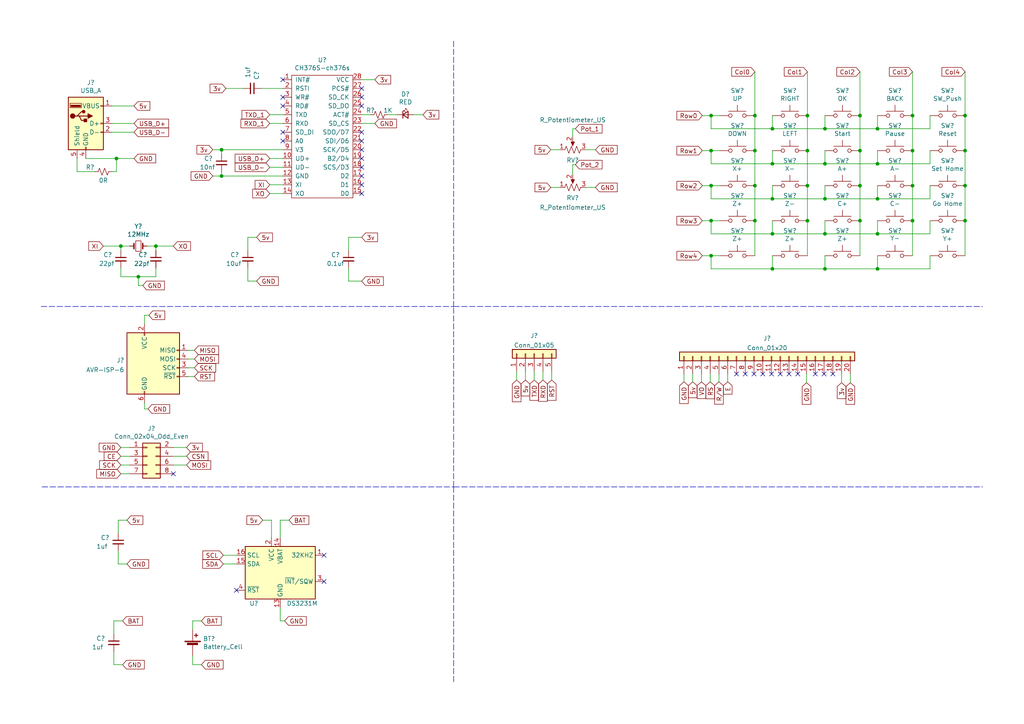
<source format=kicad_sch>
(kicad_sch (version 20211123) (generator eeschema)

  (uuid 1f0a4998-759d-45ac-91d4-b234aacad793)

  (paper "A4")

  (lib_symbols
    (symbol "Connector:AVR-ISP-6" (pin_names (offset 1.016)) (in_bom yes) (on_board yes)
      (property "Reference" "J" (id 0) (at -6.35 11.43 0)
        (effects (font (size 1.27 1.27)) (justify left))
      )
      (property "Value" "AVR-ISP-6" (id 1) (at 0 11.43 0)
        (effects (font (size 1.27 1.27)) (justify left))
      )
      (property "Footprint" "" (id 2) (at -6.35 1.27 90)
        (effects (font (size 1.27 1.27)) hide)
      )
      (property "Datasheet" " ~" (id 3) (at -32.385 -13.97 0)
        (effects (font (size 1.27 1.27)) hide)
      )
      (property "ki_keywords" "AVR ISP Connector" (id 4) (at 0 0 0)
        (effects (font (size 1.27 1.27)) hide)
      )
      (property "ki_description" "Atmel 6-pin ISP connector" (id 5) (at 0 0 0)
        (effects (font (size 1.27 1.27)) hide)
      )
      (property "ki_fp_filters" "IDC?Header*2x03* Pin?Header*2x03*" (id 6) (at 0 0 0)
        (effects (font (size 1.27 1.27)) hide)
      )
      (symbol "AVR-ISP-6_0_1"
        (rectangle (start -2.667 -6.858) (end -2.413 -7.62)
          (stroke (width 0) (type default) (color 0 0 0 0))
          (fill (type none))
        )
        (rectangle (start -2.667 10.16) (end -2.413 9.398)
          (stroke (width 0) (type default) (color 0 0 0 0))
          (fill (type none))
        )
        (rectangle (start 7.62 -2.413) (end 6.858 -2.667)
          (stroke (width 0) (type default) (color 0 0 0 0))
          (fill (type none))
        )
        (rectangle (start 7.62 0.127) (end 6.858 -0.127)
          (stroke (width 0) (type default) (color 0 0 0 0))
          (fill (type none))
        )
        (rectangle (start 7.62 2.667) (end 6.858 2.413)
          (stroke (width 0) (type default) (color 0 0 0 0))
          (fill (type none))
        )
        (rectangle (start 7.62 5.207) (end 6.858 4.953)
          (stroke (width 0) (type default) (color 0 0 0 0))
          (fill (type none))
        )
        (rectangle (start 7.62 10.16) (end -7.62 -7.62)
          (stroke (width 0.254) (type default) (color 0 0 0 0))
          (fill (type background))
        )
      )
      (symbol "AVR-ISP-6_1_1"
        (pin passive line (at 10.16 5.08 180) (length 2.54)
          (name "MISO" (effects (font (size 1.27 1.27))))
          (number "1" (effects (font (size 1.27 1.27))))
        )
        (pin passive line (at -2.54 12.7 270) (length 2.54)
          (name "VCC" (effects (font (size 1.27 1.27))))
          (number "2" (effects (font (size 1.27 1.27))))
        )
        (pin passive line (at 10.16 0 180) (length 2.54)
          (name "SCK" (effects (font (size 1.27 1.27))))
          (number "3" (effects (font (size 1.27 1.27))))
        )
        (pin passive line (at 10.16 2.54 180) (length 2.54)
          (name "MOSI" (effects (font (size 1.27 1.27))))
          (number "4" (effects (font (size 1.27 1.27))))
        )
        (pin passive line (at 10.16 -2.54 180) (length 2.54)
          (name "~{RST}" (effects (font (size 1.27 1.27))))
          (number "5" (effects (font (size 1.27 1.27))))
        )
        (pin passive line (at -2.54 -10.16 90) (length 2.54)
          (name "GND" (effects (font (size 1.27 1.27))))
          (number "6" (effects (font (size 1.27 1.27))))
        )
      )
    )
    (symbol "Connector:USB_A" (pin_names (offset 1.016)) (in_bom yes) (on_board yes)
      (property "Reference" "J" (id 0) (at -5.08 11.43 0)
        (effects (font (size 1.27 1.27)) (justify left))
      )
      (property "Value" "USB_A" (id 1) (at -5.08 8.89 0)
        (effects (font (size 1.27 1.27)) (justify left))
      )
      (property "Footprint" "" (id 2) (at 3.81 -1.27 0)
        (effects (font (size 1.27 1.27)) hide)
      )
      (property "Datasheet" " ~" (id 3) (at 3.81 -1.27 0)
        (effects (font (size 1.27 1.27)) hide)
      )
      (property "ki_keywords" "connector USB" (id 4) (at 0 0 0)
        (effects (font (size 1.27 1.27)) hide)
      )
      (property "ki_description" "USB Type A connector" (id 5) (at 0 0 0)
        (effects (font (size 1.27 1.27)) hide)
      )
      (property "ki_fp_filters" "USB*" (id 6) (at 0 0 0)
        (effects (font (size 1.27 1.27)) hide)
      )
      (symbol "USB_A_0_1"
        (rectangle (start -5.08 -7.62) (end 5.08 7.62)
          (stroke (width 0.254) (type default) (color 0 0 0 0))
          (fill (type background))
        )
        (circle (center -3.81 2.159) (radius 0.635)
          (stroke (width 0.254) (type default) (color 0 0 0 0))
          (fill (type outline))
        )
        (rectangle (start -1.524 4.826) (end -4.318 5.334)
          (stroke (width 0) (type default) (color 0 0 0 0))
          (fill (type outline))
        )
        (rectangle (start -1.27 4.572) (end -4.572 5.842)
          (stroke (width 0) (type default) (color 0 0 0 0))
          (fill (type none))
        )
        (circle (center -0.635 3.429) (radius 0.381)
          (stroke (width 0.254) (type default) (color 0 0 0 0))
          (fill (type outline))
        )
        (rectangle (start -0.127 -7.62) (end 0.127 -6.858)
          (stroke (width 0) (type default) (color 0 0 0 0))
          (fill (type none))
        )
        (polyline
          (pts
            (xy -3.175 2.159)
            (xy -2.54 2.159)
            (xy -1.27 3.429)
            (xy -0.635 3.429)
          )
          (stroke (width 0.254) (type default) (color 0 0 0 0))
          (fill (type none))
        )
        (polyline
          (pts
            (xy -2.54 2.159)
            (xy -1.905 2.159)
            (xy -1.27 0.889)
            (xy 0 0.889)
          )
          (stroke (width 0.254) (type default) (color 0 0 0 0))
          (fill (type none))
        )
        (polyline
          (pts
            (xy 0.635 2.794)
            (xy 0.635 1.524)
            (xy 1.905 2.159)
            (xy 0.635 2.794)
          )
          (stroke (width 0.254) (type default) (color 0 0 0 0))
          (fill (type outline))
        )
        (rectangle (start 0.254 1.27) (end -0.508 0.508)
          (stroke (width 0.254) (type default) (color 0 0 0 0))
          (fill (type outline))
        )
        (rectangle (start 5.08 -2.667) (end 4.318 -2.413)
          (stroke (width 0) (type default) (color 0 0 0 0))
          (fill (type none))
        )
        (rectangle (start 5.08 -0.127) (end 4.318 0.127)
          (stroke (width 0) (type default) (color 0 0 0 0))
          (fill (type none))
        )
        (rectangle (start 5.08 4.953) (end 4.318 5.207)
          (stroke (width 0) (type default) (color 0 0 0 0))
          (fill (type none))
        )
      )
      (symbol "USB_A_1_1"
        (polyline
          (pts
            (xy -1.905 2.159)
            (xy 0.635 2.159)
          )
          (stroke (width 0.254) (type default) (color 0 0 0 0))
          (fill (type none))
        )
        (pin power_in line (at 7.62 5.08 180) (length 2.54)
          (name "VBUS" (effects (font (size 1.27 1.27))))
          (number "1" (effects (font (size 1.27 1.27))))
        )
        (pin bidirectional line (at 7.62 -2.54 180) (length 2.54)
          (name "D-" (effects (font (size 1.27 1.27))))
          (number "2" (effects (font (size 1.27 1.27))))
        )
        (pin bidirectional line (at 7.62 0 180) (length 2.54)
          (name "D+" (effects (font (size 1.27 1.27))))
          (number "3" (effects (font (size 1.27 1.27))))
        )
        (pin power_in line (at 0 -10.16 90) (length 2.54)
          (name "GND" (effects (font (size 1.27 1.27))))
          (number "4" (effects (font (size 1.27 1.27))))
        )
        (pin passive line (at -2.54 -10.16 90) (length 2.54)
          (name "Shield" (effects (font (size 1.27 1.27))))
          (number "5" (effects (font (size 1.27 1.27))))
        )
      )
    )
    (symbol "Connector_Generic:Conn_01x05" (pin_names (offset 1.016) hide) (in_bom yes) (on_board yes)
      (property "Reference" "J" (id 0) (at 0 7.62 0)
        (effects (font (size 1.27 1.27)))
      )
      (property "Value" "Conn_01x05" (id 1) (at 0 -7.62 0)
        (effects (font (size 1.27 1.27)))
      )
      (property "Footprint" "" (id 2) (at 0 0 0)
        (effects (font (size 1.27 1.27)) hide)
      )
      (property "Datasheet" "~" (id 3) (at 0 0 0)
        (effects (font (size 1.27 1.27)) hide)
      )
      (property "ki_keywords" "connector" (id 4) (at 0 0 0)
        (effects (font (size 1.27 1.27)) hide)
      )
      (property "ki_description" "Generic connector, single row, 01x05, script generated (kicad-library-utils/schlib/autogen/connector/)" (id 5) (at 0 0 0)
        (effects (font (size 1.27 1.27)) hide)
      )
      (property "ki_fp_filters" "Connector*:*_1x??_*" (id 6) (at 0 0 0)
        (effects (font (size 1.27 1.27)) hide)
      )
      (symbol "Conn_01x05_1_1"
        (rectangle (start -1.27 -4.953) (end 0 -5.207)
          (stroke (width 0.1524) (type default) (color 0 0 0 0))
          (fill (type none))
        )
        (rectangle (start -1.27 -2.413) (end 0 -2.667)
          (stroke (width 0.1524) (type default) (color 0 0 0 0))
          (fill (type none))
        )
        (rectangle (start -1.27 0.127) (end 0 -0.127)
          (stroke (width 0.1524) (type default) (color 0 0 0 0))
          (fill (type none))
        )
        (rectangle (start -1.27 2.667) (end 0 2.413)
          (stroke (width 0.1524) (type default) (color 0 0 0 0))
          (fill (type none))
        )
        (rectangle (start -1.27 5.207) (end 0 4.953)
          (stroke (width 0.1524) (type default) (color 0 0 0 0))
          (fill (type none))
        )
        (rectangle (start -1.27 6.35) (end 1.27 -6.35)
          (stroke (width 0.254) (type default) (color 0 0 0 0))
          (fill (type background))
        )
        (pin passive line (at -5.08 5.08 0) (length 3.81)
          (name "Pin_1" (effects (font (size 1.27 1.27))))
          (number "1" (effects (font (size 1.27 1.27))))
        )
        (pin passive line (at -5.08 2.54 0) (length 3.81)
          (name "Pin_2" (effects (font (size 1.27 1.27))))
          (number "2" (effects (font (size 1.27 1.27))))
        )
        (pin passive line (at -5.08 0 0) (length 3.81)
          (name "Pin_3" (effects (font (size 1.27 1.27))))
          (number "3" (effects (font (size 1.27 1.27))))
        )
        (pin passive line (at -5.08 -2.54 0) (length 3.81)
          (name "Pin_4" (effects (font (size 1.27 1.27))))
          (number "4" (effects (font (size 1.27 1.27))))
        )
        (pin passive line (at -5.08 -5.08 0) (length 3.81)
          (name "Pin_5" (effects (font (size 1.27 1.27))))
          (number "5" (effects (font (size 1.27 1.27))))
        )
      )
    )
    (symbol "Connector_Generic:Conn_01x20" (pin_names (offset 1.016) hide) (in_bom yes) (on_board yes)
      (property "Reference" "J" (id 0) (at 0 25.4 0)
        (effects (font (size 1.27 1.27)))
      )
      (property "Value" "Conn_01x20" (id 1) (at 0 -27.94 0)
        (effects (font (size 1.27 1.27)))
      )
      (property "Footprint" "" (id 2) (at 0 0 0)
        (effects (font (size 1.27 1.27)) hide)
      )
      (property "Datasheet" "~" (id 3) (at 0 0 0)
        (effects (font (size 1.27 1.27)) hide)
      )
      (property "ki_keywords" "connector" (id 4) (at 0 0 0)
        (effects (font (size 1.27 1.27)) hide)
      )
      (property "ki_description" "Generic connector, single row, 01x20, script generated (kicad-library-utils/schlib/autogen/connector/)" (id 5) (at 0 0 0)
        (effects (font (size 1.27 1.27)) hide)
      )
      (property "ki_fp_filters" "Connector*:*_1x??_*" (id 6) (at 0 0 0)
        (effects (font (size 1.27 1.27)) hide)
      )
      (symbol "Conn_01x20_1_1"
        (rectangle (start -1.27 -25.273) (end 0 -25.527)
          (stroke (width 0.1524) (type default) (color 0 0 0 0))
          (fill (type none))
        )
        (rectangle (start -1.27 -22.733) (end 0 -22.987)
          (stroke (width 0.1524) (type default) (color 0 0 0 0))
          (fill (type none))
        )
        (rectangle (start -1.27 -20.193) (end 0 -20.447)
          (stroke (width 0.1524) (type default) (color 0 0 0 0))
          (fill (type none))
        )
        (rectangle (start -1.27 -17.653) (end 0 -17.907)
          (stroke (width 0.1524) (type default) (color 0 0 0 0))
          (fill (type none))
        )
        (rectangle (start -1.27 -15.113) (end 0 -15.367)
          (stroke (width 0.1524) (type default) (color 0 0 0 0))
          (fill (type none))
        )
        (rectangle (start -1.27 -12.573) (end 0 -12.827)
          (stroke (width 0.1524) (type default) (color 0 0 0 0))
          (fill (type none))
        )
        (rectangle (start -1.27 -10.033) (end 0 -10.287)
          (stroke (width 0.1524) (type default) (color 0 0 0 0))
          (fill (type none))
        )
        (rectangle (start -1.27 -7.493) (end 0 -7.747)
          (stroke (width 0.1524) (type default) (color 0 0 0 0))
          (fill (type none))
        )
        (rectangle (start -1.27 -4.953) (end 0 -5.207)
          (stroke (width 0.1524) (type default) (color 0 0 0 0))
          (fill (type none))
        )
        (rectangle (start -1.27 -2.413) (end 0 -2.667)
          (stroke (width 0.1524) (type default) (color 0 0 0 0))
          (fill (type none))
        )
        (rectangle (start -1.27 0.127) (end 0 -0.127)
          (stroke (width 0.1524) (type default) (color 0 0 0 0))
          (fill (type none))
        )
        (rectangle (start -1.27 2.667) (end 0 2.413)
          (stroke (width 0.1524) (type default) (color 0 0 0 0))
          (fill (type none))
        )
        (rectangle (start -1.27 5.207) (end 0 4.953)
          (stroke (width 0.1524) (type default) (color 0 0 0 0))
          (fill (type none))
        )
        (rectangle (start -1.27 7.747) (end 0 7.493)
          (stroke (width 0.1524) (type default) (color 0 0 0 0))
          (fill (type none))
        )
        (rectangle (start -1.27 10.287) (end 0 10.033)
          (stroke (width 0.1524) (type default) (color 0 0 0 0))
          (fill (type none))
        )
        (rectangle (start -1.27 12.827) (end 0 12.573)
          (stroke (width 0.1524) (type default) (color 0 0 0 0))
          (fill (type none))
        )
        (rectangle (start -1.27 15.367) (end 0 15.113)
          (stroke (width 0.1524) (type default) (color 0 0 0 0))
          (fill (type none))
        )
        (rectangle (start -1.27 17.907) (end 0 17.653)
          (stroke (width 0.1524) (type default) (color 0 0 0 0))
          (fill (type none))
        )
        (rectangle (start -1.27 20.447) (end 0 20.193)
          (stroke (width 0.1524) (type default) (color 0 0 0 0))
          (fill (type none))
        )
        (rectangle (start -1.27 22.987) (end 0 22.733)
          (stroke (width 0.1524) (type default) (color 0 0 0 0))
          (fill (type none))
        )
        (rectangle (start -1.27 24.13) (end 1.27 -26.67)
          (stroke (width 0.254) (type default) (color 0 0 0 0))
          (fill (type background))
        )
        (pin passive line (at -5.08 22.86 0) (length 3.81)
          (name "Pin_1" (effects (font (size 1.27 1.27))))
          (number "1" (effects (font (size 1.27 1.27))))
        )
        (pin passive line (at -5.08 0 0) (length 3.81)
          (name "Pin_10" (effects (font (size 1.27 1.27))))
          (number "10" (effects (font (size 1.27 1.27))))
        )
        (pin passive line (at -5.08 -2.54 0) (length 3.81)
          (name "Pin_11" (effects (font (size 1.27 1.27))))
          (number "11" (effects (font (size 1.27 1.27))))
        )
        (pin passive line (at -5.08 -5.08 0) (length 3.81)
          (name "Pin_12" (effects (font (size 1.27 1.27))))
          (number "12" (effects (font (size 1.27 1.27))))
        )
        (pin passive line (at -5.08 -7.62 0) (length 3.81)
          (name "Pin_13" (effects (font (size 1.27 1.27))))
          (number "13" (effects (font (size 1.27 1.27))))
        )
        (pin passive line (at -5.08 -10.16 0) (length 3.81)
          (name "Pin_14" (effects (font (size 1.27 1.27))))
          (number "14" (effects (font (size 1.27 1.27))))
        )
        (pin passive line (at -5.08 -12.7 0) (length 3.81)
          (name "Pin_15" (effects (font (size 1.27 1.27))))
          (number "15" (effects (font (size 1.27 1.27))))
        )
        (pin passive line (at -5.08 -15.24 0) (length 3.81)
          (name "Pin_16" (effects (font (size 1.27 1.27))))
          (number "16" (effects (font (size 1.27 1.27))))
        )
        (pin passive line (at -5.08 -17.78 0) (length 3.81)
          (name "Pin_17" (effects (font (size 1.27 1.27))))
          (number "17" (effects (font (size 1.27 1.27))))
        )
        (pin passive line (at -5.08 -20.32 0) (length 3.81)
          (name "Pin_18" (effects (font (size 1.27 1.27))))
          (number "18" (effects (font (size 1.27 1.27))))
        )
        (pin passive line (at -5.08 -22.86 0) (length 3.81)
          (name "Pin_19" (effects (font (size 1.27 1.27))))
          (number "19" (effects (font (size 1.27 1.27))))
        )
        (pin passive line (at -5.08 20.32 0) (length 3.81)
          (name "Pin_2" (effects (font (size 1.27 1.27))))
          (number "2" (effects (font (size 1.27 1.27))))
        )
        (pin passive line (at -5.08 -25.4 0) (length 3.81)
          (name "Pin_20" (effects (font (size 1.27 1.27))))
          (number "20" (effects (font (size 1.27 1.27))))
        )
        (pin passive line (at -5.08 17.78 0) (length 3.81)
          (name "Pin_3" (effects (font (size 1.27 1.27))))
          (number "3" (effects (font (size 1.27 1.27))))
        )
        (pin passive line (at -5.08 15.24 0) (length 3.81)
          (name "Pin_4" (effects (font (size 1.27 1.27))))
          (number "4" (effects (font (size 1.27 1.27))))
        )
        (pin passive line (at -5.08 12.7 0) (length 3.81)
          (name "Pin_5" (effects (font (size 1.27 1.27))))
          (number "5" (effects (font (size 1.27 1.27))))
        )
        (pin passive line (at -5.08 10.16 0) (length 3.81)
          (name "Pin_6" (effects (font (size 1.27 1.27))))
          (number "6" (effects (font (size 1.27 1.27))))
        )
        (pin passive line (at -5.08 7.62 0) (length 3.81)
          (name "Pin_7" (effects (font (size 1.27 1.27))))
          (number "7" (effects (font (size 1.27 1.27))))
        )
        (pin passive line (at -5.08 5.08 0) (length 3.81)
          (name "Pin_8" (effects (font (size 1.27 1.27))))
          (number "8" (effects (font (size 1.27 1.27))))
        )
        (pin passive line (at -5.08 2.54 0) (length 3.81)
          (name "Pin_9" (effects (font (size 1.27 1.27))))
          (number "9" (effects (font (size 1.27 1.27))))
        )
      )
    )
    (symbol "Connector_Generic:Conn_02x04_Odd_Even" (pin_names (offset 1.016) hide) (in_bom yes) (on_board yes)
      (property "Reference" "J" (id 0) (at 1.27 5.08 0)
        (effects (font (size 1.27 1.27)))
      )
      (property "Value" "Conn_02x04_Odd_Even" (id 1) (at 1.27 -7.62 0)
        (effects (font (size 1.27 1.27)))
      )
      (property "Footprint" "" (id 2) (at 0 0 0)
        (effects (font (size 1.27 1.27)) hide)
      )
      (property "Datasheet" "~" (id 3) (at 0 0 0)
        (effects (font (size 1.27 1.27)) hide)
      )
      (property "ki_keywords" "connector" (id 4) (at 0 0 0)
        (effects (font (size 1.27 1.27)) hide)
      )
      (property "ki_description" "Generic connector, double row, 02x04, odd/even pin numbering scheme (row 1 odd numbers, row 2 even numbers), script generated (kicad-library-utils/schlib/autogen/connector/)" (id 5) (at 0 0 0)
        (effects (font (size 1.27 1.27)) hide)
      )
      (property "ki_fp_filters" "Connector*:*_2x??_*" (id 6) (at 0 0 0)
        (effects (font (size 1.27 1.27)) hide)
      )
      (symbol "Conn_02x04_Odd_Even_1_1"
        (rectangle (start -1.27 -4.953) (end 0 -5.207)
          (stroke (width 0.1524) (type default) (color 0 0 0 0))
          (fill (type none))
        )
        (rectangle (start -1.27 -2.413) (end 0 -2.667)
          (stroke (width 0.1524) (type default) (color 0 0 0 0))
          (fill (type none))
        )
        (rectangle (start -1.27 0.127) (end 0 -0.127)
          (stroke (width 0.1524) (type default) (color 0 0 0 0))
          (fill (type none))
        )
        (rectangle (start -1.27 2.667) (end 0 2.413)
          (stroke (width 0.1524) (type default) (color 0 0 0 0))
          (fill (type none))
        )
        (rectangle (start -1.27 3.81) (end 3.81 -6.35)
          (stroke (width 0.254) (type default) (color 0 0 0 0))
          (fill (type background))
        )
        (rectangle (start 3.81 -4.953) (end 2.54 -5.207)
          (stroke (width 0.1524) (type default) (color 0 0 0 0))
          (fill (type none))
        )
        (rectangle (start 3.81 -2.413) (end 2.54 -2.667)
          (stroke (width 0.1524) (type default) (color 0 0 0 0))
          (fill (type none))
        )
        (rectangle (start 3.81 0.127) (end 2.54 -0.127)
          (stroke (width 0.1524) (type default) (color 0 0 0 0))
          (fill (type none))
        )
        (rectangle (start 3.81 2.667) (end 2.54 2.413)
          (stroke (width 0.1524) (type default) (color 0 0 0 0))
          (fill (type none))
        )
        (pin passive line (at -5.08 2.54 0) (length 3.81)
          (name "Pin_1" (effects (font (size 1.27 1.27))))
          (number "1" (effects (font (size 1.27 1.27))))
        )
        (pin passive line (at 7.62 2.54 180) (length 3.81)
          (name "Pin_2" (effects (font (size 1.27 1.27))))
          (number "2" (effects (font (size 1.27 1.27))))
        )
        (pin passive line (at -5.08 0 0) (length 3.81)
          (name "Pin_3" (effects (font (size 1.27 1.27))))
          (number "3" (effects (font (size 1.27 1.27))))
        )
        (pin passive line (at 7.62 0 180) (length 3.81)
          (name "Pin_4" (effects (font (size 1.27 1.27))))
          (number "4" (effects (font (size 1.27 1.27))))
        )
        (pin passive line (at -5.08 -2.54 0) (length 3.81)
          (name "Pin_5" (effects (font (size 1.27 1.27))))
          (number "5" (effects (font (size 1.27 1.27))))
        )
        (pin passive line (at 7.62 -2.54 180) (length 3.81)
          (name "Pin_6" (effects (font (size 1.27 1.27))))
          (number "6" (effects (font (size 1.27 1.27))))
        )
        (pin passive line (at -5.08 -5.08 0) (length 3.81)
          (name "Pin_7" (effects (font (size 1.27 1.27))))
          (number "7" (effects (font (size 1.27 1.27))))
        )
        (pin passive line (at 7.62 -5.08 180) (length 3.81)
          (name "Pin_8" (effects (font (size 1.27 1.27))))
          (number "8" (effects (font (size 1.27 1.27))))
        )
      )
    )
    (symbol "Device:Battery_Cell" (pin_numbers hide) (pin_names (offset 0) hide) (in_bom yes) (on_board yes)
      (property "Reference" "BT" (id 0) (at 2.54 2.54 0)
        (effects (font (size 1.27 1.27)) (justify left))
      )
      (property "Value" "Battery_Cell" (id 1) (at 2.54 0 0)
        (effects (font (size 1.27 1.27)) (justify left))
      )
      (property "Footprint" "" (id 2) (at 0 1.524 90)
        (effects (font (size 1.27 1.27)) hide)
      )
      (property "Datasheet" "~" (id 3) (at 0 1.524 90)
        (effects (font (size 1.27 1.27)) hide)
      )
      (property "ki_keywords" "battery cell" (id 4) (at 0 0 0)
        (effects (font (size 1.27 1.27)) hide)
      )
      (property "ki_description" "Single-cell battery" (id 5) (at 0 0 0)
        (effects (font (size 1.27 1.27)) hide)
      )
      (symbol "Battery_Cell_0_1"
        (rectangle (start -2.286 1.778) (end 2.286 1.524)
          (stroke (width 0) (type default) (color 0 0 0 0))
          (fill (type outline))
        )
        (rectangle (start -1.5748 1.1938) (end 1.4732 0.6858)
          (stroke (width 0) (type default) (color 0 0 0 0))
          (fill (type outline))
        )
        (polyline
          (pts
            (xy 0 0.762)
            (xy 0 0)
          )
          (stroke (width 0) (type default) (color 0 0 0 0))
          (fill (type none))
        )
        (polyline
          (pts
            (xy 0 1.778)
            (xy 0 2.54)
          )
          (stroke (width 0) (type default) (color 0 0 0 0))
          (fill (type none))
        )
        (polyline
          (pts
            (xy 0.508 3.429)
            (xy 1.524 3.429)
          )
          (stroke (width 0.254) (type default) (color 0 0 0 0))
          (fill (type none))
        )
        (polyline
          (pts
            (xy 1.016 3.937)
            (xy 1.016 2.921)
          )
          (stroke (width 0.254) (type default) (color 0 0 0 0))
          (fill (type none))
        )
      )
      (symbol "Battery_Cell_1_1"
        (pin passive line (at 0 5.08 270) (length 2.54)
          (name "+" (effects (font (size 1.27 1.27))))
          (number "1" (effects (font (size 1.27 1.27))))
        )
        (pin passive line (at 0 -2.54 90) (length 2.54)
          (name "-" (effects (font (size 1.27 1.27))))
          (number "2" (effects (font (size 1.27 1.27))))
        )
      )
    )
    (symbol "Device:C_Small" (pin_numbers hide) (pin_names (offset 0.254) hide) (in_bom yes) (on_board yes)
      (property "Reference" "C" (id 0) (at 0.254 1.778 0)
        (effects (font (size 1.27 1.27)) (justify left))
      )
      (property "Value" "C_Small" (id 1) (at 0.254 -2.032 0)
        (effects (font (size 1.27 1.27)) (justify left))
      )
      (property "Footprint" "" (id 2) (at 0 0 0)
        (effects (font (size 1.27 1.27)) hide)
      )
      (property "Datasheet" "~" (id 3) (at 0 0 0)
        (effects (font (size 1.27 1.27)) hide)
      )
      (property "ki_keywords" "capacitor cap" (id 4) (at 0 0 0)
        (effects (font (size 1.27 1.27)) hide)
      )
      (property "ki_description" "Unpolarized capacitor, small symbol" (id 5) (at 0 0 0)
        (effects (font (size 1.27 1.27)) hide)
      )
      (property "ki_fp_filters" "C_*" (id 6) (at 0 0 0)
        (effects (font (size 1.27 1.27)) hide)
      )
      (symbol "C_Small_0_1"
        (polyline
          (pts
            (xy -1.524 -0.508)
            (xy 1.524 -0.508)
          )
          (stroke (width 0.3302) (type default) (color 0 0 0 0))
          (fill (type none))
        )
        (polyline
          (pts
            (xy -1.524 0.508)
            (xy 1.524 0.508)
          )
          (stroke (width 0.3048) (type default) (color 0 0 0 0))
          (fill (type none))
        )
      )
      (symbol "C_Small_1_1"
        (pin passive line (at 0 2.54 270) (length 2.032)
          (name "~" (effects (font (size 1.27 1.27))))
          (number "1" (effects (font (size 1.27 1.27))))
        )
        (pin passive line (at 0 -2.54 90) (length 2.032)
          (name "~" (effects (font (size 1.27 1.27))))
          (number "2" (effects (font (size 1.27 1.27))))
        )
      )
    )
    (symbol "Device:Crystal_Small" (pin_numbers hide) (pin_names (offset 1.016) hide) (in_bom yes) (on_board yes)
      (property "Reference" "Y" (id 0) (at 0 2.54 0)
        (effects (font (size 1.27 1.27)))
      )
      (property "Value" "Crystal_Small" (id 1) (at 0 -2.54 0)
        (effects (font (size 1.27 1.27)))
      )
      (property "Footprint" "" (id 2) (at 0 0 0)
        (effects (font (size 1.27 1.27)) hide)
      )
      (property "Datasheet" "~" (id 3) (at 0 0 0)
        (effects (font (size 1.27 1.27)) hide)
      )
      (property "ki_keywords" "quartz ceramic resonator oscillator" (id 4) (at 0 0 0)
        (effects (font (size 1.27 1.27)) hide)
      )
      (property "ki_description" "Two pin crystal, small symbol" (id 5) (at 0 0 0)
        (effects (font (size 1.27 1.27)) hide)
      )
      (property "ki_fp_filters" "Crystal*" (id 6) (at 0 0 0)
        (effects (font (size 1.27 1.27)) hide)
      )
      (symbol "Crystal_Small_0_1"
        (rectangle (start -0.762 -1.524) (end 0.762 1.524)
          (stroke (width 0) (type default) (color 0 0 0 0))
          (fill (type none))
        )
        (polyline
          (pts
            (xy -1.27 -0.762)
            (xy -1.27 0.762)
          )
          (stroke (width 0.381) (type default) (color 0 0 0 0))
          (fill (type none))
        )
        (polyline
          (pts
            (xy 1.27 -0.762)
            (xy 1.27 0.762)
          )
          (stroke (width 0.381) (type default) (color 0 0 0 0))
          (fill (type none))
        )
      )
      (symbol "Crystal_Small_1_1"
        (pin passive line (at -2.54 0 0) (length 1.27)
          (name "1" (effects (font (size 1.27 1.27))))
          (number "1" (effects (font (size 1.27 1.27))))
        )
        (pin passive line (at 2.54 0 180) (length 1.27)
          (name "2" (effects (font (size 1.27 1.27))))
          (number "2" (effects (font (size 1.27 1.27))))
        )
      )
    )
    (symbol "Device:LED_Small" (pin_numbers hide) (pin_names (offset 0.254) hide) (in_bom yes) (on_board yes)
      (property "Reference" "D" (id 0) (at -1.27 3.175 0)
        (effects (font (size 1.27 1.27)) (justify left))
      )
      (property "Value" "LED_Small" (id 1) (at -4.445 -2.54 0)
        (effects (font (size 1.27 1.27)) (justify left))
      )
      (property "Footprint" "" (id 2) (at 0 0 90)
        (effects (font (size 1.27 1.27)) hide)
      )
      (property "Datasheet" "~" (id 3) (at 0 0 90)
        (effects (font (size 1.27 1.27)) hide)
      )
      (property "ki_keywords" "LED diode light-emitting-diode" (id 4) (at 0 0 0)
        (effects (font (size 1.27 1.27)) hide)
      )
      (property "ki_description" "Light emitting diode, small symbol" (id 5) (at 0 0 0)
        (effects (font (size 1.27 1.27)) hide)
      )
      (property "ki_fp_filters" "LED* LED_SMD:* LED_THT:*" (id 6) (at 0 0 0)
        (effects (font (size 1.27 1.27)) hide)
      )
      (symbol "LED_Small_0_1"
        (polyline
          (pts
            (xy -0.762 -1.016)
            (xy -0.762 1.016)
          )
          (stroke (width 0.254) (type default) (color 0 0 0 0))
          (fill (type none))
        )
        (polyline
          (pts
            (xy 1.016 0)
            (xy -0.762 0)
          )
          (stroke (width 0) (type default) (color 0 0 0 0))
          (fill (type none))
        )
        (polyline
          (pts
            (xy 0.762 -1.016)
            (xy -0.762 0)
            (xy 0.762 1.016)
            (xy 0.762 -1.016)
          )
          (stroke (width 0.254) (type default) (color 0 0 0 0))
          (fill (type none))
        )
        (polyline
          (pts
            (xy 0 0.762)
            (xy -0.508 1.27)
            (xy -0.254 1.27)
            (xy -0.508 1.27)
            (xy -0.508 1.016)
          )
          (stroke (width 0) (type default) (color 0 0 0 0))
          (fill (type none))
        )
        (polyline
          (pts
            (xy 0.508 1.27)
            (xy 0 1.778)
            (xy 0.254 1.778)
            (xy 0 1.778)
            (xy 0 1.524)
          )
          (stroke (width 0) (type default) (color 0 0 0 0))
          (fill (type none))
        )
      )
      (symbol "LED_Small_1_1"
        (pin passive line (at -2.54 0 0) (length 1.778)
          (name "K" (effects (font (size 1.27 1.27))))
          (number "1" (effects (font (size 1.27 1.27))))
        )
        (pin passive line (at 2.54 0 180) (length 1.778)
          (name "A" (effects (font (size 1.27 1.27))))
          (number "2" (effects (font (size 1.27 1.27))))
        )
      )
    )
    (symbol "Device:R_Potentiometer_US" (pin_names (offset 1.016) hide) (in_bom yes) (on_board yes)
      (property "Reference" "RV" (id 0) (at -4.445 0 90)
        (effects (font (size 1.27 1.27)))
      )
      (property "Value" "R_Potentiometer_US" (id 1) (at -2.54 0 90)
        (effects (font (size 1.27 1.27)))
      )
      (property "Footprint" "" (id 2) (at 0 0 0)
        (effects (font (size 1.27 1.27)) hide)
      )
      (property "Datasheet" "~" (id 3) (at 0 0 0)
        (effects (font (size 1.27 1.27)) hide)
      )
      (property "ki_keywords" "resistor variable" (id 4) (at 0 0 0)
        (effects (font (size 1.27 1.27)) hide)
      )
      (property "ki_description" "Potentiometer, US symbol" (id 5) (at 0 0 0)
        (effects (font (size 1.27 1.27)) hide)
      )
      (property "ki_fp_filters" "Potentiometer*" (id 6) (at 0 0 0)
        (effects (font (size 1.27 1.27)) hide)
      )
      (symbol "R_Potentiometer_US_0_1"
        (polyline
          (pts
            (xy 0 -2.286)
            (xy 0 -2.54)
          )
          (stroke (width 0) (type default) (color 0 0 0 0))
          (fill (type none))
        )
        (polyline
          (pts
            (xy 0 2.54)
            (xy 0 2.286)
          )
          (stroke (width 0) (type default) (color 0 0 0 0))
          (fill (type none))
        )
        (polyline
          (pts
            (xy 2.54 0)
            (xy 1.524 0)
          )
          (stroke (width 0) (type default) (color 0 0 0 0))
          (fill (type none))
        )
        (polyline
          (pts
            (xy 1.143 0)
            (xy 2.286 0.508)
            (xy 2.286 -0.508)
            (xy 1.143 0)
          )
          (stroke (width 0) (type default) (color 0 0 0 0))
          (fill (type outline))
        )
        (polyline
          (pts
            (xy 0 -0.762)
            (xy 1.016 -1.143)
            (xy 0 -1.524)
            (xy -1.016 -1.905)
            (xy 0 -2.286)
          )
          (stroke (width 0) (type default) (color 0 0 0 0))
          (fill (type none))
        )
        (polyline
          (pts
            (xy 0 0.762)
            (xy 1.016 0.381)
            (xy 0 0)
            (xy -1.016 -0.381)
            (xy 0 -0.762)
          )
          (stroke (width 0) (type default) (color 0 0 0 0))
          (fill (type none))
        )
        (polyline
          (pts
            (xy 0 2.286)
            (xy 1.016 1.905)
            (xy 0 1.524)
            (xy -1.016 1.143)
            (xy 0 0.762)
          )
          (stroke (width 0) (type default) (color 0 0 0 0))
          (fill (type none))
        )
      )
      (symbol "R_Potentiometer_US_1_1"
        (pin passive line (at 0 3.81 270) (length 1.27)
          (name "1" (effects (font (size 1.27 1.27))))
          (number "1" (effects (font (size 1.27 1.27))))
        )
        (pin passive line (at 3.81 0 180) (length 1.27)
          (name "2" (effects (font (size 1.27 1.27))))
          (number "2" (effects (font (size 1.27 1.27))))
        )
        (pin passive line (at 0 -3.81 90) (length 1.27)
          (name "3" (effects (font (size 1.27 1.27))))
          (number "3" (effects (font (size 1.27 1.27))))
        )
      )
    )
    (symbol "Device:R_Small_US" (pin_numbers hide) (pin_names (offset 0.254) hide) (in_bom yes) (on_board yes)
      (property "Reference" "R" (id 0) (at 0.762 0.508 0)
        (effects (font (size 1.27 1.27)) (justify left))
      )
      (property "Value" "R_Small_US" (id 1) (at 0.762 -1.016 0)
        (effects (font (size 1.27 1.27)) (justify left))
      )
      (property "Footprint" "" (id 2) (at 0 0 0)
        (effects (font (size 1.27 1.27)) hide)
      )
      (property "Datasheet" "~" (id 3) (at 0 0 0)
        (effects (font (size 1.27 1.27)) hide)
      )
      (property "ki_keywords" "r resistor" (id 4) (at 0 0 0)
        (effects (font (size 1.27 1.27)) hide)
      )
      (property "ki_description" "Resistor, small US symbol" (id 5) (at 0 0 0)
        (effects (font (size 1.27 1.27)) hide)
      )
      (property "ki_fp_filters" "R_*" (id 6) (at 0 0 0)
        (effects (font (size 1.27 1.27)) hide)
      )
      (symbol "R_Small_US_1_1"
        (polyline
          (pts
            (xy 0 0)
            (xy 1.016 -0.381)
            (xy 0 -0.762)
            (xy -1.016 -1.143)
            (xy 0 -1.524)
          )
          (stroke (width 0) (type default) (color 0 0 0 0))
          (fill (type none))
        )
        (polyline
          (pts
            (xy 0 1.524)
            (xy 1.016 1.143)
            (xy 0 0.762)
            (xy -1.016 0.381)
            (xy 0 0)
          )
          (stroke (width 0) (type default) (color 0 0 0 0))
          (fill (type none))
        )
        (pin passive line (at 0 2.54 270) (length 1.016)
          (name "~" (effects (font (size 1.27 1.27))))
          (number "1" (effects (font (size 1.27 1.27))))
        )
        (pin passive line (at 0 -2.54 90) (length 1.016)
          (name "~" (effects (font (size 1.27 1.27))))
          (number "2" (effects (font (size 1.27 1.27))))
        )
      )
    )
    (symbol "StockPile_Final-rescue:CH376S-ch376s" (pin_names (offset 1.016)) (in_bom yes) (on_board yes)
      (property "Reference" "U" (id 0) (at 0 19.05 0)
        (effects (font (size 1.27 1.27)))
      )
      (property "Value" "CH376S-ch376s" (id 1) (at 0 -21.59 0)
        (effects (font (size 1.27 1.27)))
      )
      (property "Footprint" "" (id 2) (at 0 0 0)
        (effects (font (size 1.27 1.27)) hide)
      )
      (property "Datasheet" "" (id 3) (at 0 0 0)
        (effects (font (size 1.27 1.27)) hide)
      )
      (symbol "CH376S-ch376s_0_1"
        (rectangle (start -8.89 16.51) (end 8.89 -19.05)
          (stroke (width 0) (type default) (color 0 0 0 0))
          (fill (type none))
        )
      )
      (symbol "CH376S-ch376s_1_1"
        (pin input line (at -11.43 15.24 0) (length 2.54)
          (name "INT#" (effects (font (size 1.27 1.27))))
          (number "1" (effects (font (size 1.27 1.27))))
        )
        (pin input line (at -11.43 -7.62 0) (length 2.54)
          (name "UD+" (effects (font (size 1.27 1.27))))
          (number "10" (effects (font (size 1.27 1.27))))
        )
        (pin input line (at -11.43 -10.16 0) (length 2.54)
          (name "UD-" (effects (font (size 1.27 1.27))))
          (number "11" (effects (font (size 1.27 1.27))))
        )
        (pin input line (at -11.43 -12.7 0) (length 2.54)
          (name "GND" (effects (font (size 1.27 1.27))))
          (number "12" (effects (font (size 1.27 1.27))))
        )
        (pin input line (at -11.43 -15.24 0) (length 2.54)
          (name "XI" (effects (font (size 1.27 1.27))))
          (number "13" (effects (font (size 1.27 1.27))))
        )
        (pin input line (at -11.43 -17.78 0) (length 2.54)
          (name "XO" (effects (font (size 1.27 1.27))))
          (number "14" (effects (font (size 1.27 1.27))))
        )
        (pin input line (at 11.43 -17.78 180) (length 2.54)
          (name "D0" (effects (font (size 1.27 1.27))))
          (number "15" (effects (font (size 1.27 1.27))))
        )
        (pin input line (at 11.43 -15.24 180) (length 2.54)
          (name "D1" (effects (font (size 1.27 1.27))))
          (number "16" (effects (font (size 1.27 1.27))))
        )
        (pin input line (at 11.43 -12.7 180) (length 2.54)
          (name "D2" (effects (font (size 1.27 1.27))))
          (number "17" (effects (font (size 1.27 1.27))))
        )
        (pin input line (at 11.43 -10.16 180) (length 2.54)
          (name "SCS/D3" (effects (font (size 1.27 1.27))))
          (number "18" (effects (font (size 1.27 1.27))))
        )
        (pin input line (at 11.43 -7.62 180) (length 2.54)
          (name "B2/D4" (effects (font (size 1.27 1.27))))
          (number "19" (effects (font (size 1.27 1.27))))
        )
        (pin input line (at -11.43 12.7 0) (length 2.54)
          (name "RSTI" (effects (font (size 1.27 1.27))))
          (number "2" (effects (font (size 1.27 1.27))))
        )
        (pin input line (at 11.43 -5.08 180) (length 2.54)
          (name "SCK/D5" (effects (font (size 1.27 1.27))))
          (number "20" (effects (font (size 1.27 1.27))))
        )
        (pin input line (at 11.43 -2.54 180) (length 2.54)
          (name "SDI/D6" (effects (font (size 1.27 1.27))))
          (number "21" (effects (font (size 1.27 1.27))))
        )
        (pin input line (at 11.43 0 180) (length 2.54)
          (name "SDO/D7" (effects (font (size 1.27 1.27))))
          (number "22" (effects (font (size 1.27 1.27))))
        )
        (pin input line (at 11.43 2.54 180) (length 2.54)
          (name "SD_CS" (effects (font (size 1.27 1.27))))
          (number "23" (effects (font (size 1.27 1.27))))
        )
        (pin input line (at 11.43 5.08 180) (length 2.54)
          (name "ACT#" (effects (font (size 1.27 1.27))))
          (number "24" (effects (font (size 1.27 1.27))))
        )
        (pin input line (at 11.43 7.62 180) (length 2.54)
          (name "SD_DO" (effects (font (size 1.27 1.27))))
          (number "25" (effects (font (size 1.27 1.27))))
        )
        (pin input line (at 11.43 10.16 180) (length 2.54)
          (name "SD_CK" (effects (font (size 1.27 1.27))))
          (number "26" (effects (font (size 1.27 1.27))))
        )
        (pin input line (at 11.43 12.7 180) (length 2.54)
          (name "PCS#" (effects (font (size 1.27 1.27))))
          (number "27" (effects (font (size 1.27 1.27))))
        )
        (pin input line (at 11.43 15.24 180) (length 2.54)
          (name "VCC" (effects (font (size 1.27 1.27))))
          (number "28" (effects (font (size 1.27 1.27))))
        )
        (pin input line (at -11.43 10.16 0) (length 2.54)
          (name "WR#" (effects (font (size 1.27 1.27))))
          (number "3" (effects (font (size 1.27 1.27))))
        )
        (pin input line (at -11.43 7.62 0) (length 2.54)
          (name "RD#" (effects (font (size 1.27 1.27))))
          (number "4" (effects (font (size 1.27 1.27))))
        )
        (pin input line (at -11.43 5.08 0) (length 2.54)
          (name "TXD" (effects (font (size 1.27 1.27))))
          (number "5" (effects (font (size 1.27 1.27))))
        )
        (pin input line (at -11.43 2.54 0) (length 2.54)
          (name "RXD" (effects (font (size 1.27 1.27))))
          (number "6" (effects (font (size 1.27 1.27))))
        )
        (pin input line (at -11.43 0 0) (length 2.54)
          (name "SD_DI" (effects (font (size 1.27 1.27))))
          (number "7" (effects (font (size 1.27 1.27))))
        )
        (pin input line (at -11.43 -2.54 0) (length 2.54)
          (name "A0" (effects (font (size 1.27 1.27))))
          (number "8" (effects (font (size 1.27 1.27))))
        )
        (pin input line (at -11.43 -5.08 0) (length 2.54)
          (name "V3" (effects (font (size 1.27 1.27))))
          (number "9" (effects (font (size 1.27 1.27))))
        )
      )
    )
    (symbol "Switch:SW_Push" (pin_numbers hide) (pin_names (offset 1.016) hide) (in_bom yes) (on_board yes)
      (property "Reference" "SW" (id 0) (at 1.27 2.54 0)
        (effects (font (size 1.27 1.27)) (justify left))
      )
      (property "Value" "SW_Push" (id 1) (at 0 -1.524 0)
        (effects (font (size 1.27 1.27)))
      )
      (property "Footprint" "" (id 2) (at 0 5.08 0)
        (effects (font (size 1.27 1.27)) hide)
      )
      (property "Datasheet" "~" (id 3) (at 0 5.08 0)
        (effects (font (size 1.27 1.27)) hide)
      )
      (property "ki_keywords" "switch normally-open pushbutton push-button" (id 4) (at 0 0 0)
        (effects (font (size 1.27 1.27)) hide)
      )
      (property "ki_description" "Push button switch, generic, two pins" (id 5) (at 0 0 0)
        (effects (font (size 1.27 1.27)) hide)
      )
      (symbol "SW_Push_0_1"
        (circle (center -2.032 0) (radius 0.508)
          (stroke (width 0) (type default) (color 0 0 0 0))
          (fill (type none))
        )
        (polyline
          (pts
            (xy 0 1.27)
            (xy 0 3.048)
          )
          (stroke (width 0) (type default) (color 0 0 0 0))
          (fill (type none))
        )
        (polyline
          (pts
            (xy 2.54 1.27)
            (xy -2.54 1.27)
          )
          (stroke (width 0) (type default) (color 0 0 0 0))
          (fill (type none))
        )
        (circle (center 2.032 0) (radius 0.508)
          (stroke (width 0) (type default) (color 0 0 0 0))
          (fill (type none))
        )
        (pin passive line (at -5.08 0 0) (length 2.54)
          (name "1" (effects (font (size 1.27 1.27))))
          (number "1" (effects (font (size 1.27 1.27))))
        )
        (pin passive line (at 5.08 0 180) (length 2.54)
          (name "2" (effects (font (size 1.27 1.27))))
          (number "2" (effects (font (size 1.27 1.27))))
        )
      )
    )
    (symbol "Timer_RTC:DS3231M" (in_bom yes) (on_board yes)
      (property "Reference" "U" (id 0) (at -7.62 8.89 0)
        (effects (font (size 1.27 1.27)) (justify right))
      )
      (property "Value" "DS3231M" (id 1) (at 10.16 8.89 0)
        (effects (font (size 1.27 1.27)) (justify right))
      )
      (property "Footprint" "Package_SO:SOIC-16W_7.5x10.3mm_P1.27mm" (id 2) (at 0 -15.24 0)
        (effects (font (size 1.27 1.27)) hide)
      )
      (property "Datasheet" "http://datasheets.maximintegrated.com/en/ds/DS3231.pdf" (id 3) (at 6.858 1.27 0)
        (effects (font (size 1.27 1.27)) hide)
      )
      (property "ki_keywords" "RTC TCXO Realtime Time Clock Crystal Oscillator I2C" (id 4) (at 0 0 0)
        (effects (font (size 1.27 1.27)) hide)
      )
      (property "ki_description" "Extremely Accurate I2C-Integrated RTC/TCXO/Crystal SOIC-16" (id 5) (at 0 0 0)
        (effects (font (size 1.27 1.27)) hide)
      )
      (property "ki_fp_filters" "SOIC*7.5x10.3mm*P1.27mm*" (id 6) (at 0 0 0)
        (effects (font (size 1.27 1.27)) hide)
      )
      (symbol "DS3231M_0_1"
        (rectangle (start -10.16 7.62) (end 10.16 -7.62)
          (stroke (width 0.254) (type default) (color 0 0 0 0))
          (fill (type background))
        )
      )
      (symbol "DS3231M_1_1"
        (pin open_collector line (at 12.7 5.08 180) (length 2.54)
          (name "32KHZ" (effects (font (size 1.27 1.27))))
          (number "1" (effects (font (size 1.27 1.27))))
        )
        (pin passive line (at 0 -10.16 90) (length 2.54) hide
          (name "GND" (effects (font (size 1.27 1.27))))
          (number "10" (effects (font (size 1.27 1.27))))
        )
        (pin passive line (at 0 -10.16 90) (length 2.54) hide
          (name "GND" (effects (font (size 1.27 1.27))))
          (number "11" (effects (font (size 1.27 1.27))))
        )
        (pin passive line (at 0 -10.16 90) (length 2.54) hide
          (name "GND" (effects (font (size 1.27 1.27))))
          (number "12" (effects (font (size 1.27 1.27))))
        )
        (pin power_in line (at 0 -10.16 90) (length 2.54)
          (name "GND" (effects (font (size 1.27 1.27))))
          (number "13" (effects (font (size 1.27 1.27))))
        )
        (pin power_in line (at 0 10.16 270) (length 2.54)
          (name "VBAT" (effects (font (size 1.27 1.27))))
          (number "14" (effects (font (size 1.27 1.27))))
        )
        (pin bidirectional line (at -12.7 2.54 0) (length 2.54)
          (name "SDA" (effects (font (size 1.27 1.27))))
          (number "15" (effects (font (size 1.27 1.27))))
        )
        (pin input line (at -12.7 5.08 0) (length 2.54)
          (name "SCL" (effects (font (size 1.27 1.27))))
          (number "16" (effects (font (size 1.27 1.27))))
        )
        (pin power_in line (at -2.54 10.16 270) (length 2.54)
          (name "VCC" (effects (font (size 1.27 1.27))))
          (number "2" (effects (font (size 1.27 1.27))))
        )
        (pin open_collector line (at 12.7 -2.54 180) (length 2.54)
          (name "~{INT}/SQW" (effects (font (size 1.27 1.27))))
          (number "3" (effects (font (size 1.27 1.27))))
        )
        (pin bidirectional line (at -12.7 -5.08 0) (length 2.54)
          (name "~{RST}" (effects (font (size 1.27 1.27))))
          (number "4" (effects (font (size 1.27 1.27))))
        )
        (pin passive line (at 0 -10.16 90) (length 2.54) hide
          (name "GND" (effects (font (size 1.27 1.27))))
          (number "5" (effects (font (size 1.27 1.27))))
        )
        (pin passive line (at 0 -10.16 90) (length 2.54) hide
          (name "GND" (effects (font (size 1.27 1.27))))
          (number "6" (effects (font (size 1.27 1.27))))
        )
        (pin passive line (at 0 -10.16 90) (length 2.54) hide
          (name "GND" (effects (font (size 1.27 1.27))))
          (number "7" (effects (font (size 1.27 1.27))))
        )
        (pin passive line (at 0 -10.16 90) (length 2.54) hide
          (name "GND" (effects (font (size 1.27 1.27))))
          (number "8" (effects (font (size 1.27 1.27))))
        )
        (pin passive line (at 0 -10.16 90) (length 2.54) hide
          (name "GND" (effects (font (size 1.27 1.27))))
          (number "9" (effects (font (size 1.27 1.27))))
        )
      )
    )
  )

  (junction (at 234.188 43.688) (diameter 0) (color 0 0 0 0)
    (uuid 09de41a0-2700-4882-bf03-fb62e6774b42)
  )
  (junction (at 279.908 64.008) (diameter 0) (color 0 0 0 0)
    (uuid 0b8c833d-91d5-4286-b3cc-fdbf0bacc609)
  )
  (junction (at 249.428 43.688) (diameter 0) (color 0 0 0 0)
    (uuid 1d33337a-1d7e-4d7a-9997-5d891d03fe37)
  )
  (junction (at 206.248 64.008) (diameter 0) (color 0 0 0 0)
    (uuid 2403fb7b-f1dd-49d6-9a22-fb0905ac3ffe)
  )
  (junction (at 264.668 43.688) (diameter 0) (color 0 0 0 0)
    (uuid 25ca8583-db92-452b-8e01-c77787a47bf8)
  )
  (junction (at 239.268 67.818) (diameter 0) (color 0 0 0 0)
    (uuid 2867fe83-0ff4-4adb-9e6a-cd28bd8e8152)
  )
  (junction (at 224.028 47.498) (diameter 0) (color 0 0 0 0)
    (uuid 2c4c2f03-dd10-480b-9ac2-cb6676fea292)
  )
  (junction (at 206.248 53.848) (diameter 0) (color 0 0 0 0)
    (uuid 347c44ac-d219-4631-90fd-8cf6755ced01)
  )
  (junction (at 224.028 67.818) (diameter 0) (color 0 0 0 0)
    (uuid 40e10896-9715-4c7f-98e4-2fa73866c505)
  )
  (junction (at 218.948 53.848) (diameter 0) (color 0 0 0 0)
    (uuid 4470554e-a760-4795-b570-d6a88b633480)
  )
  (junction (at 254.508 67.818) (diameter 0) (color 0 0 0 0)
    (uuid 44d9253b-d27c-4a3a-8b8a-35583097838c)
  )
  (junction (at 218.948 64.008) (diameter 0) (color 0 0 0 0)
    (uuid 46589d06-0aa7-4475-b50e-f2c1fbd4d3e4)
  )
  (junction (at 279.908 33.528) (diameter 0) (color 0 0 0 0)
    (uuid 466f0691-d961-493a-b5bf-1dd86c8a8360)
  )
  (junction (at 239.268 77.978) (diameter 0) (color 0 0 0 0)
    (uuid 46d5c0a4-5acc-45d9-bed8-80a83e14ef08)
  )
  (junction (at 254.508 37.338) (diameter 0) (color 0 0 0 0)
    (uuid 4e44351c-d502-4748-85e5-eb8a1bce6b3f)
  )
  (junction (at 40.132 80.264) (diameter 0) (color 0 0 0 0)
    (uuid 55f371ba-1a77-4979-838f-27c30e1e4fc9)
  )
  (junction (at 218.948 33.528) (diameter 0) (color 0 0 0 0)
    (uuid 59eca67e-2ea6-4866-94bc-ee3f1fa4c443)
  )
  (junction (at 64.262 43.434) (diameter 0) (color 0 0 0 0)
    (uuid 5b71b512-2455-494f-a9eb-8406749bb066)
  )
  (junction (at 264.668 64.008) (diameter 0) (color 0 0 0 0)
    (uuid 5ba31bba-cb79-4e22-8c06-e89d24a14934)
  )
  (junction (at 249.428 53.848) (diameter 0) (color 0 0 0 0)
    (uuid 5cc67efe-cd62-4dab-a53c-cccd9a4228d6)
  )
  (junction (at 279.908 53.848) (diameter 0) (color 0 0 0 0)
    (uuid 5df868c0-2690-4228-bee3-b8a3f862988d)
  )
  (junction (at 254.508 57.658) (diameter 0) (color 0 0 0 0)
    (uuid 820b41f8-1dba-4a2f-ad54-a918d7e992d0)
  )
  (junction (at 239.268 57.658) (diameter 0) (color 0 0 0 0)
    (uuid 8c2ed821-e6ab-4883-8860-0084008d02cb)
  )
  (junction (at 279.908 43.688) (diameter 0) (color 0 0 0 0)
    (uuid 8c63844c-fde1-4419-8258-d34fe65858e7)
  )
  (junction (at 234.188 64.008) (diameter 0) (color 0 0 0 0)
    (uuid 8d269e09-5958-40f2-87eb-80a5c99b1cdd)
  )
  (junction (at 218.948 43.688) (diameter 0) (color 0 0 0 0)
    (uuid 90812ebc-cae7-4e72-8d0b-c77629b9be1d)
  )
  (junction (at 239.268 47.498) (diameter 0) (color 0 0 0 0)
    (uuid 92c8eab9-447e-4dca-b8c0-e3aa6f92bb29)
  )
  (junction (at 206.248 74.168) (diameter 0) (color 0 0 0 0)
    (uuid a00d6d19-9350-41d1-aef5-de610533c3bb)
  )
  (junction (at 249.428 64.008) (diameter 0) (color 0 0 0 0)
    (uuid a2f82264-5d19-4c76-9887-f57f3e7db96a)
  )
  (junction (at 234.188 53.848) (diameter 0) (color 0 0 0 0)
    (uuid a2f8a4e8-dc1f-4651-895e-bdaf62068ad1)
  )
  (junction (at 224.028 77.978) (diameter 0) (color 0 0 0 0)
    (uuid a8838ae0-075c-401a-8ba0-63e9b64c4d58)
  )
  (junction (at 64.262 51.054) (diameter 0) (color 0 0 0 0)
    (uuid ac2d20fb-b587-4e84-95b9-c4caef68d532)
  )
  (junction (at 35.052 71.374) (diameter 0) (color 0 0 0 0)
    (uuid b92d4390-9e18-4840-b7a4-13e771adc240)
  )
  (junction (at 254.508 47.498) (diameter 0) (color 0 0 0 0)
    (uuid c242b6db-ea8b-4488-b39d-c3e48bc74de3)
  )
  (junction (at 206.248 43.688) (diameter 0) (color 0 0 0 0)
    (uuid c5d0908a-a83a-4b44-bafc-f86866547cc6)
  )
  (junction (at 249.428 33.528) (diameter 0) (color 0 0 0 0)
    (uuid cad0b3b3-b31f-4e36-b5c8-f6eb16dd7f89)
  )
  (junction (at 254.508 77.978) (diameter 0) (color 0 0 0 0)
    (uuid d1cf065d-ea4c-489a-bbea-d1d9e74436c2)
  )
  (junction (at 224.028 57.658) (diameter 0) (color 0 0 0 0)
    (uuid d92c54f7-2cb4-4e0f-97c7-3cfeb3dff4ad)
  )
  (junction (at 239.268 37.338) (diameter 0) (color 0 0 0 0)
    (uuid da40cc48-82f6-48b0-9e56-f6a933d77b44)
  )
  (junction (at 224.028 37.338) (diameter 0) (color 0 0 0 0)
    (uuid e0f377eb-d5df-488b-b4dc-94d5512cb58e)
  )
  (junction (at 45.212 71.374) (diameter 0) (color 0 0 0 0)
    (uuid e12b24af-0f56-4ae4-972e-73c4ef8b109c)
  )
  (junction (at 33.782 45.974) (diameter 0) (color 0 0 0 0)
    (uuid e26ae9a1-b931-4be8-a955-0bb11477190a)
  )
  (junction (at 234.188 33.528) (diameter 0) (color 0 0 0 0)
    (uuid ee2ad83c-112e-4769-8732-feba99ae136c)
  )
  (junction (at 264.668 33.528) (diameter 0) (color 0 0 0 0)
    (uuid efd33fe9-9835-45c1-8ebe-98066c3b6c8b)
  )
  (junction (at 206.248 33.528) (diameter 0) (color 0 0 0 0)
    (uuid f2982706-8592-45e5-8997-2e59c9c78dbb)
  )
  (junction (at 264.668 53.848) (diameter 0) (color 0 0 0 0)
    (uuid f53a73f4-b582-44f0-9be4-6a641bc1a9ad)
  )

  (no_connect (at 104.902 51.054) (uuid 04c89863-8406-4eb6-9fee-a893685dc10f))
  (no_connect (at 239.014 108.458) (uuid 05489af8-ccc1-44e1-a53f-65f0c9369271))
  (no_connect (at 241.554 108.458) (uuid 05489af8-ccc1-44e1-a53f-65f0c9369271))
  (no_connect (at 82.042 23.114) (uuid 0c95ed08-fd95-4b54-ab3c-75dcd511f145))
  (no_connect (at 104.902 38.354) (uuid 2498d1e7-b003-41c5-b094-e8075fe84230))
  (no_connect (at 213.614 108.458) (uuid 2525334e-bb2e-42dc-8edd-098393867c30))
  (no_connect (at 216.154 108.458) (uuid 2525334e-bb2e-42dc-8edd-098393867c30))
  (no_connect (at 218.694 108.458) (uuid 2525334e-bb2e-42dc-8edd-098393867c30))
  (no_connect (at 221.234 108.458) (uuid 2525334e-bb2e-42dc-8edd-098393867c30))
  (no_connect (at 223.774 108.458) (uuid 2525334e-bb2e-42dc-8edd-098393867c30))
  (no_connect (at 226.314 108.458) (uuid 2525334e-bb2e-42dc-8edd-098393867c30))
  (no_connect (at 228.854 108.458) (uuid 2525334e-bb2e-42dc-8edd-098393867c30))
  (no_connect (at 231.394 108.458) (uuid 2525334e-bb2e-42dc-8edd-098393867c30))
  (no_connect (at 104.902 40.894) (uuid 365ef29f-67f2-439a-b238-630511fed30c))
  (no_connect (at 104.902 28.194) (uuid 3779a783-4450-4770-a1c6-a7ebc3dbc350))
  (no_connect (at 104.902 30.734) (uuid 50ed7e9c-c245-4ab1-9cd2-a6ae075dd81d))
  (no_connect (at 104.902 43.434) (uuid 5471788f-550c-460a-b0c5-2ee6b4c192fd))
  (no_connect (at 104.902 56.134) (uuid 5e0aa9e2-c2ad-437a-ac0a-4ea95eb83a3b))
  (no_connect (at 104.902 25.654) (uuid 68021e5c-c63e-4b53-a03f-255362128c8c))
  (no_connect (at 104.902 48.514) (uuid 6b549a69-207c-4a9e-8ce1-d5be3022beed))
  (no_connect (at 82.042 28.194) (uuid 70c55c90-1db1-47d1-b7ec-025b7840105d))
  (no_connect (at 82.042 30.734) (uuid 80e5dcbb-42b9-4f3e-8bc7-fefe1191020d))
  (no_connect (at 104.902 53.594) (uuid 8bba627c-4961-4894-b92b-c0fd74e2ab3a))
  (no_connect (at 68.58 171.196) (uuid 9474ca24-a3c1-44c5-aad0-6ba82b75bb21))
  (no_connect (at 104.902 45.974) (uuid b16cf973-cb4f-4fdf-a795-64e4027654ce))
  (no_connect (at 82.042 38.354) (uuid ba8c3054-e507-4386-9d2f-1b89a95c4c26))
  (no_connect (at 236.474 108.458) (uuid bf766b04-88b8-4a93-8031-4e1a3244607c))
  (no_connect (at 50.292 137.414) (uuid c3c64c91-92b9-4a96-9bba-0b0e7084837b))
  (no_connect (at 82.042 40.894) (uuid e30e8621-b56f-41cc-b2a3-4c90a91b33ce))
  (no_connect (at 93.98 161.036) (uuid e8e17946-fe51-47d4-9523-932e0cd415cd))
  (no_connect (at 93.98 168.656) (uuid ef2f9cd0-9d20-4587-b97b-0358f2c20c4e))

  (wire (pts (xy 36.83 150.876) (xy 34.29 150.876))
    (stroke (width 0) (type default) (color 0 0 0 0))
    (uuid 003f811e-8137-43ae-8e89-12ac6efd44e8)
  )
  (wire (pts (xy 35.56 180.086) (xy 33.02 180.086))
    (stroke (width 0) (type default) (color 0 0 0 0))
    (uuid 01b6708e-fecb-4904-b815-2df849a4378f)
  )
  (wire (pts (xy 254.508 47.498) (xy 269.748 47.498))
    (stroke (width 0) (type default) (color 0 0 0 0))
    (uuid 01c8ff8c-581f-4f78-ba2b-7769b6040d42)
  )
  (wire (pts (xy 166.116 37.338) (xy 166.116 39.624))
    (stroke (width 0) (type default) (color 0 0 0 0))
    (uuid 02967d80-f931-4984-9cfc-a74f729f1b08)
  )
  (wire (pts (xy 43.18 91.44) (xy 41.91 91.44))
    (stroke (width 0) (type default) (color 0 0 0 0))
    (uuid 09f12d80-5749-4d3a-97df-e7333e36c0d9)
  )
  (wire (pts (xy 234.188 20.828) (xy 234.188 33.528))
    (stroke (width 0) (type default) (color 0 0 0 0))
    (uuid 0a795faf-e650-4b3f-ba49-3e7379cfa143)
  )
  (wire (pts (xy 269.748 77.978) (xy 269.748 74.168))
    (stroke (width 0) (type default) (color 0 0 0 0))
    (uuid 0b43a66b-672d-45ed-a16e-b89705a8e153)
  )
  (wire (pts (xy 104.902 33.274) (xy 107.442 33.274))
    (stroke (width 0) (type default) (color 0 0 0 0))
    (uuid 14d426c8-9c7b-4292-a46a-a78c59ccf0df)
  )
  (wire (pts (xy 198.374 108.458) (xy 198.374 110.744))
    (stroke (width 0) (type default) (color 0 0 0 0))
    (uuid 1587047c-18bf-48af-bbfd-ac4e819080f5)
  )
  (wire (pts (xy 22.352 49.784) (xy 27.432 49.784))
    (stroke (width 0) (type default) (color 0 0 0 0))
    (uuid 16853ffa-30df-454a-94b6-fd6d85a4b1a6)
  )
  (wire (pts (xy 203.708 74.168) (xy 206.248 74.168))
    (stroke (width 0) (type default) (color 0 0 0 0))
    (uuid 179d0587-6988-4d24-a037-e26a7a3c33bf)
  )
  (wire (pts (xy 203.708 43.688) (xy 206.248 43.688))
    (stroke (width 0) (type default) (color 0 0 0 0))
    (uuid 17cac501-b57a-44cc-8d0d-af3423795e2f)
  )
  (wire (pts (xy 71.882 81.534) (xy 74.422 81.534))
    (stroke (width 0) (type default) (color 0 0 0 0))
    (uuid 17e55b71-c1fb-4009-9ca7-b46a5a1aff33)
  )
  (wire (pts (xy 254.508 57.658) (xy 269.748 57.658))
    (stroke (width 0) (type default) (color 0 0 0 0))
    (uuid 1924f92f-f4ea-472c-b7f1-3630cbdede21)
  )
  (wire (pts (xy 224.028 74.168) (xy 224.028 77.978))
    (stroke (width 0) (type default) (color 0 0 0 0))
    (uuid 1c6a8dba-c19f-43c4-b40b-325b39f74860)
  )
  (wire (pts (xy 160.02 107.696) (xy 160.02 110.236))
    (stroke (width 0) (type default) (color 0 0 0 0))
    (uuid 1df84dd5-17bd-45af-b5aa-bb73d52c1c21)
  )
  (wire (pts (xy 206.248 37.338) (xy 224.028 37.338))
    (stroke (width 0) (type default) (color 0 0 0 0))
    (uuid 2084d279-392e-44f8-a075-3c5e3a3f5443)
  )
  (wire (pts (xy 50.292 71.374) (xy 45.212 71.374))
    (stroke (width 0) (type default) (color 0 0 0 0))
    (uuid 22270929-4efe-4881-ae41-f663f47b580e)
  )
  (wire (pts (xy 24.892 45.974) (xy 33.782 45.974))
    (stroke (width 0) (type default) (color 0 0 0 0))
    (uuid 22e57c19-a398-4ca9-9b61-142665daf1dc)
  )
  (wire (pts (xy 279.908 33.528) (xy 279.908 43.688))
    (stroke (width 0) (type default) (color 0 0 0 0))
    (uuid 2414e014-cd4b-4c2e-8fd9-e911ae3f1fcf)
  )
  (wire (pts (xy 64.262 49.784) (xy 64.262 51.054))
    (stroke (width 0) (type default) (color 0 0 0 0))
    (uuid 2467dfe5-30ca-48b3-92c8-d8afb6ad4b79)
  )
  (wire (pts (xy 40.132 82.804) (xy 41.402 82.804))
    (stroke (width 0) (type default) (color 0 0 0 0))
    (uuid 271297fe-49ea-4226-aed1-775e79bd1621)
  )
  (wire (pts (xy 206.248 67.818) (xy 224.028 67.818))
    (stroke (width 0) (type default) (color 0 0 0 0))
    (uuid 27fda0e4-5cbf-41d4-aab2-9af8f47f33a4)
  )
  (wire (pts (xy 239.268 67.818) (xy 254.508 67.818))
    (stroke (width 0) (type default) (color 0 0 0 0))
    (uuid 2c07119c-5321-454c-8fbd-098ebe6aae3c)
  )
  (wire (pts (xy 254.508 33.528) (xy 254.508 37.338))
    (stroke (width 0) (type default) (color 0 0 0 0))
    (uuid 2c157c1a-ae96-4da7-ab07-f2f6d02881a4)
  )
  (wire (pts (xy 101.092 81.534) (xy 104.902 81.534))
    (stroke (width 0) (type default) (color 0 0 0 0))
    (uuid 2e160570-1d8f-4e5e-8525-f2c8c065b2a5)
  )
  (wire (pts (xy 234.188 33.528) (xy 234.188 43.688))
    (stroke (width 0) (type default) (color 0 0 0 0))
    (uuid 2eafdbd4-9098-4289-8e92-f8c3c6fdc128)
  )
  (wire (pts (xy 239.268 37.338) (xy 254.508 37.338))
    (stroke (width 0) (type default) (color 0 0 0 0))
    (uuid 2f0e1f50-ccba-47be-b319-eb1483451bc0)
  )
  (wire (pts (xy 40.132 82.804) (xy 40.132 80.264))
    (stroke (width 0) (type default) (color 0 0 0 0))
    (uuid 30ccc19e-0c4c-407f-a0e8-a9d8f93ffbbe)
  )
  (wire (pts (xy 264.668 53.848) (xy 264.668 64.008))
    (stroke (width 0) (type default) (color 0 0 0 0))
    (uuid 3122ca53-dda3-4713-b390-928de634b57b)
  )
  (wire (pts (xy 224.028 37.338) (xy 239.268 37.338))
    (stroke (width 0) (type default) (color 0 0 0 0))
    (uuid 313ce97b-e8cf-44a3-9ee6-a5ac48528d6b)
  )
  (wire (pts (xy 55.88 180.086) (xy 55.88 182.626))
    (stroke (width 0) (type default) (color 0 0 0 0))
    (uuid 3215fad2-9c53-48ad-a5e2-5cec4ca5d1df)
  )
  (wire (pts (xy 33.782 49.784) (xy 33.782 45.974))
    (stroke (width 0) (type default) (color 0 0 0 0))
    (uuid 322ab516-7da7-4016-bacf-da6f2d16c6e1)
  )
  (wire (pts (xy 239.268 57.658) (xy 254.508 57.658))
    (stroke (width 0) (type default) (color 0 0 0 0))
    (uuid 33086e3e-2068-4102-b763-618f042f2383)
  )
  (wire (pts (xy 35.052 77.724) (xy 35.052 80.264))
    (stroke (width 0) (type default) (color 0 0 0 0))
    (uuid 359ebc13-b819-47d1-8fff-0e664820ce7d)
  )
  (wire (pts (xy 35.052 71.374) (xy 35.052 72.644))
    (stroke (width 0) (type default) (color 0 0 0 0))
    (uuid 3672e983-1afd-433a-a44e-b2789a5b4fa8)
  )
  (wire (pts (xy 166.116 47.752) (xy 166.116 50.546))
    (stroke (width 0) (type default) (color 0 0 0 0))
    (uuid 37619364-8428-48ca-aadd-882a51af478c)
  )
  (wire (pts (xy 71.882 77.724) (xy 71.882 81.534))
    (stroke (width 0) (type default) (color 0 0 0 0))
    (uuid 3dcd89b5-fbf7-49de-9e9b-2964a93ae771)
  )
  (wire (pts (xy 22.352 45.974) (xy 22.352 49.784))
    (stroke (width 0) (type default) (color 0 0 0 0))
    (uuid 40f15a6c-5bc4-45da-bbd0-e4af63c1d391)
  )
  (polyline (pts (xy 131.572 141.224) (xy 284.988 141.224))
    (stroke (width 0) (type default) (color 0 0 0 0))
    (uuid 42e04e30-a4ce-4dfd-904b-a96f079b00bb)
  )

  (wire (pts (xy 239.268 33.528) (xy 239.268 37.338))
    (stroke (width 0) (type default) (color 0 0 0 0))
    (uuid 45572ac1-d6a2-4349-b5fc-34177b07d648)
  )
  (wire (pts (xy 205.994 108.458) (xy 205.994 110.744))
    (stroke (width 0) (type default) (color 0 0 0 0))
    (uuid 46fa4716-849d-46cf-800d-92c6da53763d)
  )
  (wire (pts (xy 40.132 80.264) (xy 45.212 80.264))
    (stroke (width 0) (type default) (color 0 0 0 0))
    (uuid 47aa90c6-c1ca-4a56-b094-36fc1b604cb6)
  )
  (wire (pts (xy 101.092 68.834) (xy 101.092 72.644))
    (stroke (width 0) (type default) (color 0 0 0 0))
    (uuid 4868f93a-b705-4f16-854b-bdbe41930bb9)
  )
  (wire (pts (xy 75.692 25.654) (xy 82.042 25.654))
    (stroke (width 0) (type default) (color 0 0 0 0))
    (uuid 498f29ac-92df-48c8-b733-f711b9590dea)
  )
  (wire (pts (xy 37.592 71.374) (xy 35.052 71.374))
    (stroke (width 0) (type default) (color 0 0 0 0))
    (uuid 4b05baaa-e9cf-4e0b-86ab-22dc0865acdc)
  )
  (wire (pts (xy 224.028 57.658) (xy 239.268 57.658))
    (stroke (width 0) (type default) (color 0 0 0 0))
    (uuid 4bb47050-b1e0-4d05-b98a-8dcfcdea0b44)
  )
  (wire (pts (xy 58.42 180.086) (xy 55.88 180.086))
    (stroke (width 0) (type default) (color 0 0 0 0))
    (uuid 4c6428af-72f2-4810-a06c-44fadc3f9663)
  )
  (wire (pts (xy 33.02 192.786) (xy 35.56 192.786))
    (stroke (width 0) (type default) (color 0 0 0 0))
    (uuid 4ca001e1-5654-4e81-813c-446fca156f7b)
  )
  (wire (pts (xy 33.782 45.974) (xy 38.862 45.974))
    (stroke (width 0) (type default) (color 0 0 0 0))
    (uuid 4d1e2a07-9abf-4bb3-8063-dc046c7d0e5e)
  )
  (wire (pts (xy 211.074 108.458) (xy 211.074 110.744))
    (stroke (width 0) (type default) (color 0 0 0 0))
    (uuid 4d2c36be-d061-428c-bdea-7b1c848c043a)
  )
  (wire (pts (xy 64.77 161.036) (xy 68.58 161.036))
    (stroke (width 0) (type default) (color 0 0 0 0))
    (uuid 4d918b14-b62c-4f86-bbb9-882219aee45f)
  )
  (wire (pts (xy 224.028 43.688) (xy 224.028 47.498))
    (stroke (width 0) (type default) (color 0 0 0 0))
    (uuid 4de4b50f-b7aa-4c1f-9817-8f990f9b18a7)
  )
  (wire (pts (xy 38.862 30.734) (xy 32.512 30.734))
    (stroke (width 0) (type default) (color 0 0 0 0))
    (uuid 4e29804f-5496-41ce-bbbc-6a3e60894e39)
  )
  (wire (pts (xy 166.116 47.752) (xy 166.878 47.752))
    (stroke (width 0) (type default) (color 0 0 0 0))
    (uuid 4e584386-f844-4615-9e64-eb1ffe105636)
  )
  (wire (pts (xy 249.428 64.008) (xy 249.428 74.168))
    (stroke (width 0) (type default) (color 0 0 0 0))
    (uuid 5249c023-6408-45bc-beca-7028def2d4a6)
  )
  (polyline (pts (xy 131.572 141.224) (xy 131.572 88.9))
    (stroke (width 0) (type default) (color 0 0 0 0))
    (uuid 57bd9b17-d6a0-481b-922f-2e344c093a7f)
  )

  (wire (pts (xy 269.748 37.338) (xy 269.748 33.528))
    (stroke (width 0) (type default) (color 0 0 0 0))
    (uuid 5b66a81c-da20-4cce-92c2-af5a5265ae0f)
  )
  (wire (pts (xy 35.052 129.794) (xy 37.592 129.794))
    (stroke (width 0) (type default) (color 0 0 0 0))
    (uuid 5c8c90fd-5f49-4c9a-9e4a-04519749e62d)
  )
  (polyline (pts (xy 131.572 141.224) (xy 131.572 197.866))
    (stroke (width 0) (type default) (color 0 0 0 0))
    (uuid 5d00a49c-7bf7-4057-8071-b2aada3b68da)
  )

  (wire (pts (xy 54.61 106.68) (xy 56.388 106.68))
    (stroke (width 0) (type default) (color 0 0 0 0))
    (uuid 5d1e5a1f-063c-489e-995f-b82ed50a421d)
  )
  (wire (pts (xy 206.248 47.498) (xy 224.028 47.498))
    (stroke (width 0) (type default) (color 0 0 0 0))
    (uuid 5edf4287-602c-47de-851e-e3fd1a6391a8)
  )
  (wire (pts (xy 61.722 51.054) (xy 64.262 51.054))
    (stroke (width 0) (type default) (color 0 0 0 0))
    (uuid 5fc04e34-6e84-4587-93b0-59c76e8e367c)
  )
  (wire (pts (xy 64.262 51.054) (xy 82.042 51.054))
    (stroke (width 0) (type default) (color 0 0 0 0))
    (uuid 60718701-cbbe-4a64-bdd1-35e9f010197f)
  )
  (wire (pts (xy 254.508 64.008) (xy 254.508 67.818))
    (stroke (width 0) (type default) (color 0 0 0 0))
    (uuid 62c5e2da-5d1d-402e-b06e-e79b54f88c22)
  )
  (wire (pts (xy 206.248 53.848) (xy 206.248 57.658))
    (stroke (width 0) (type default) (color 0 0 0 0))
    (uuid 63b71289-329c-4d36-a96b-ca16d38e28c2)
  )
  (wire (pts (xy 264.668 43.688) (xy 264.668 53.848))
    (stroke (width 0) (type default) (color 0 0 0 0))
    (uuid 63be401a-44e7-448e-9118-2fd2a42896ac)
  )
  (wire (pts (xy 249.428 53.848) (xy 249.428 64.008))
    (stroke (width 0) (type default) (color 0 0 0 0))
    (uuid 6401e8c9-b393-47d3-9d3d-7dd884e1a3b4)
  )
  (wire (pts (xy 152.4 107.696) (xy 152.4 110.236))
    (stroke (width 0) (type default) (color 0 0 0 0))
    (uuid 65874b5d-73f2-4f21-8d71-6607c62ffd2c)
  )
  (wire (pts (xy 81.28 176.276) (xy 81.28 180.086))
    (stroke (width 0) (type default) (color 0 0 0 0))
    (uuid 68e7b032-0091-4af3-b855-499770f3fe9a)
  )
  (wire (pts (xy 50.292 129.794) (xy 54.102 129.794))
    (stroke (width 0) (type default) (color 0 0 0 0))
    (uuid 6adbed60-07dd-4089-836f-f89459547606)
  )
  (wire (pts (xy 64.262 43.434) (xy 64.262 44.704))
    (stroke (width 0) (type default) (color 0 0 0 0))
    (uuid 6b81dcb6-5344-4453-b03a-dc9b997a3eb5)
  )
  (wire (pts (xy 81.28 180.086) (xy 82.55 180.086))
    (stroke (width 0) (type default) (color 0 0 0 0))
    (uuid 6c25bdcf-6281-47cb-9183-6cc0eb2f8c1b)
  )
  (wire (pts (xy 264.668 20.828) (xy 264.668 33.528))
    (stroke (width 0) (type default) (color 0 0 0 0))
    (uuid 6d819c8d-ef96-41b5-bf23-1745c24fc67d)
  )
  (wire (pts (xy 269.748 57.658) (xy 269.748 53.848))
    (stroke (width 0) (type default) (color 0 0 0 0))
    (uuid 6e676842-bcf4-4aa2-850b-9bf1009457cb)
  )
  (wire (pts (xy 76.2 150.876) (xy 78.74 150.876))
    (stroke (width 0) (type default) (color 0 0 0 0))
    (uuid 706570b1-9d9f-4f51-a153-d05a60764e44)
  )
  (wire (pts (xy 32.512 49.784) (xy 33.782 49.784))
    (stroke (width 0) (type default) (color 0 0 0 0))
    (uuid 759311d5-8211-4ecd-acc2-c091b4d75f8a)
  )
  (wire (pts (xy 157.48 107.696) (xy 157.48 110.236))
    (stroke (width 0) (type default) (color 0 0 0 0))
    (uuid 75f171bb-a1d8-41f0-ab75-b783356b770d)
  )
  (wire (pts (xy 169.926 43.434) (xy 172.72 43.434))
    (stroke (width 0) (type default) (color 0 0 0 0))
    (uuid 76875be0-abab-4200-93f1-56849ec771f3)
  )
  (wire (pts (xy 206.248 33.528) (xy 208.788 33.528))
    (stroke (width 0) (type default) (color 0 0 0 0))
    (uuid 76a1523b-3d32-4c7c-8444-f5125f5a70f6)
  )
  (wire (pts (xy 206.248 64.008) (xy 208.788 64.008))
    (stroke (width 0) (type default) (color 0 0 0 0))
    (uuid 779ea03f-bae6-4a91-86a4-844bc3b20ff7)
  )
  (wire (pts (xy 112.522 33.274) (xy 115.062 33.274))
    (stroke (width 0) (type default) (color 0 0 0 0))
    (uuid 799313e8-7d94-4657-b274-aa3b06966091)
  )
  (wire (pts (xy 33.02 180.086) (xy 33.02 183.896))
    (stroke (width 0) (type default) (color 0 0 0 0))
    (uuid 79c0d058-e575-4c49-80c6-c76feb6829cc)
  )
  (wire (pts (xy 264.668 33.528) (xy 264.668 43.688))
    (stroke (width 0) (type default) (color 0 0 0 0))
    (uuid 79ca88e9-d088-4167-bd29-ff7af6447d49)
  )
  (wire (pts (xy 78.74 150.876) (xy 78.74 155.956))
    (stroke (width 0) (type default) (color 0 0 0 0))
    (uuid 7a2cf529-9bb5-4a8a-9dec-f385896b2cf3)
  )
  (wire (pts (xy 208.534 108.458) (xy 208.534 110.744))
    (stroke (width 0) (type default) (color 0 0 0 0))
    (uuid 7bb00e99-dcca-4cb6-9153-ec6413060b21)
  )
  (wire (pts (xy 120.142 33.274) (xy 122.682 33.274))
    (stroke (width 0) (type default) (color 0 0 0 0))
    (uuid 7c46917a-cf4f-457e-8799-c007e42b82fe)
  )
  (wire (pts (xy 78.232 48.514) (xy 82.042 48.514))
    (stroke (width 0) (type default) (color 0 0 0 0))
    (uuid 7cb3cd96-5468-4447-a72a-1d69ce988849)
  )
  (wire (pts (xy 42.672 71.374) (xy 45.212 71.374))
    (stroke (width 0) (type default) (color 0 0 0 0))
    (uuid 7d1b55e6-5ed4-4b6b-a7a1-fd458e2638e3)
  )
  (wire (pts (xy 154.94 107.696) (xy 154.94 110.236))
    (stroke (width 0) (type default) (color 0 0 0 0))
    (uuid 7f695168-3549-4f4a-b613-ccf1c4acb55c)
  )
  (wire (pts (xy 54.61 104.14) (xy 56.388 104.14))
    (stroke (width 0) (type default) (color 0 0 0 0))
    (uuid 8008383a-d16b-4b89-9318-afb6e7959010)
  )
  (wire (pts (xy 269.748 47.498) (xy 269.748 43.688))
    (stroke (width 0) (type default) (color 0 0 0 0))
    (uuid 82ed673e-578d-45b8-b4f6-8110fc0651e9)
  )
  (wire (pts (xy 55.88 190.246) (xy 55.88 192.786))
    (stroke (width 0) (type default) (color 0 0 0 0))
    (uuid 83a522a5-84bb-4642-bb6f-a2d94af2264e)
  )
  (wire (pts (xy 279.908 43.688) (xy 279.908 53.848))
    (stroke (width 0) (type default) (color 0 0 0 0))
    (uuid 83b54498-da8f-486e-a7d7-70c8ea7dce54)
  )
  (wire (pts (xy 224.028 77.978) (xy 239.268 77.978))
    (stroke (width 0) (type default) (color 0 0 0 0))
    (uuid 84756b74-604d-48e9-882f-4aaf6baa34a1)
  )
  (wire (pts (xy 41.91 91.44) (xy 41.91 93.98))
    (stroke (width 0) (type default) (color 0 0 0 0))
    (uuid 863f4f06-cd2c-4ac0-a5f4-bb02ebc1d63f)
  )
  (wire (pts (xy 239.268 74.168) (xy 239.268 77.978))
    (stroke (width 0) (type default) (color 0 0 0 0))
    (uuid 871bb312-f2d4-4e20-b487-79c066f46d39)
  )
  (wire (pts (xy 239.268 64.008) (xy 239.268 67.818))
    (stroke (width 0) (type default) (color 0 0 0 0))
    (uuid 8aba6d28-ef95-4081-92bf-9b70559f420f)
  )
  (polyline (pts (xy 12.192 141.224) (xy 131.572 141.224))
    (stroke (width 0) (type default) (color 0 0 0 0))
    (uuid 8d3239cc-cd77-40dc-a31f-4b9182126dcc)
  )

  (wire (pts (xy 35.052 137.414) (xy 37.592 137.414))
    (stroke (width 0) (type default) (color 0 0 0 0))
    (uuid 8e05e204-8d18-4103-8e06-c57ae93c8b97)
  )
  (wire (pts (xy 78.232 56.134) (xy 82.042 56.134))
    (stroke (width 0) (type default) (color 0 0 0 0))
    (uuid 8e96dec0-da9f-4288-93db-fc63a9e975e0)
  )
  (wire (pts (xy 45.212 80.264) (xy 45.212 77.724))
    (stroke (width 0) (type default) (color 0 0 0 0))
    (uuid 904b93ea-7eb7-4fb5-9214-a24d47a32fcc)
  )
  (wire (pts (xy 206.248 43.688) (xy 206.248 47.498))
    (stroke (width 0) (type default) (color 0 0 0 0))
    (uuid 915f3c80-76da-4559-be29-108fb6cd8bfe)
  )
  (wire (pts (xy 206.248 64.008) (xy 206.248 67.818))
    (stroke (width 0) (type default) (color 0 0 0 0))
    (uuid 93aabacb-9ff7-40af-b971-ce6f24766286)
  )
  (wire (pts (xy 41.91 118.618) (xy 42.926 118.618))
    (stroke (width 0) (type default) (color 0 0 0 0))
    (uuid 943baebd-e854-4772-b4f2-f1f767d84ff0)
  )
  (wire (pts (xy 78.232 45.974) (xy 82.042 45.974))
    (stroke (width 0) (type default) (color 0 0 0 0))
    (uuid 9512af8d-cccf-40b7-a58f-334c72de1129)
  )
  (wire (pts (xy 218.948 33.528) (xy 218.948 43.688))
    (stroke (width 0) (type default) (color 0 0 0 0))
    (uuid 95374921-86b3-4807-b08f-30724cc63b1c)
  )
  (wire (pts (xy 33.02 188.976) (xy 33.02 192.786))
    (stroke (width 0) (type default) (color 0 0 0 0))
    (uuid 96ade011-76ac-4369-b82e-dfc88f2f6349)
  )
  (wire (pts (xy 45.212 71.374) (xy 45.212 72.644))
    (stroke (width 0) (type default) (color 0 0 0 0))
    (uuid 99f936a9-7fee-46d1-bfa8-1e74a0f31cd7)
  )
  (wire (pts (xy 203.708 33.528) (xy 206.248 33.528))
    (stroke (width 0) (type default) (color 0 0 0 0))
    (uuid 9a0db9b1-d991-4e7b-babe-512e81f541cb)
  )
  (wire (pts (xy 254.508 37.338) (xy 269.748 37.338))
    (stroke (width 0) (type default) (color 0 0 0 0))
    (uuid 9b6b63a3-9326-4284-8837-32af8dffd6d8)
  )
  (wire (pts (xy 234.188 43.688) (xy 234.188 53.848))
    (stroke (width 0) (type default) (color 0 0 0 0))
    (uuid 9bb9f164-a7d1-4462-aa88-10279232b906)
  )
  (wire (pts (xy 279.908 20.828) (xy 279.908 33.528))
    (stroke (width 0) (type default) (color 0 0 0 0))
    (uuid a0fa3fdb-8123-4bdc-b653-2a451c8f37f3)
  )
  (wire (pts (xy 206.248 57.658) (xy 224.028 57.658))
    (stroke (width 0) (type default) (color 0 0 0 0))
    (uuid a1ee12bd-88ed-4a58-9dbf-78a7c9b953fd)
  )
  (wire (pts (xy 218.948 20.828) (xy 218.948 33.528))
    (stroke (width 0) (type default) (color 0 0 0 0))
    (uuid a3f39232-d713-42e8-9c97-2bf31e3d7801)
  )
  (wire (pts (xy 264.668 64.008) (xy 264.668 74.168))
    (stroke (width 0) (type default) (color 0 0 0 0))
    (uuid a4491791-26d4-4ce9-9712-1579bd6a91bc)
  )
  (wire (pts (xy 203.708 64.008) (xy 206.248 64.008))
    (stroke (width 0) (type default) (color 0 0 0 0))
    (uuid a522174e-9954-45a8-baea-5cedf5574903)
  )
  (wire (pts (xy 233.934 108.458) (xy 233.934 110.998))
    (stroke (width 0) (type default) (color 0 0 0 0))
    (uuid a6c829c3-e3e3-4f38-b7dc-48c1851d6eab)
  )
  (wire (pts (xy 54.102 134.874) (xy 50.292 134.874))
    (stroke (width 0) (type default) (color 0 0 0 0))
    (uuid a6dc8ca4-9b28-4779-b5ca-6519f3aeba52)
  )
  (wire (pts (xy 224.028 67.818) (xy 239.268 67.818))
    (stroke (width 0) (type default) (color 0 0 0 0))
    (uuid a73f8296-8ae3-4ff7-b85d-e2e215180d30)
  )
  (wire (pts (xy 34.29 150.876) (xy 34.29 154.686))
    (stroke (width 0) (type default) (color 0 0 0 0))
    (uuid a98bd1f5-3498-49f7-91e7-f94e70b36ff9)
  )
  (wire (pts (xy 244.094 108.458) (xy 244.094 110.998))
    (stroke (width 0) (type default) (color 0 0 0 0))
    (uuid aa3725dd-782b-43de-8d26-6d0557cc7eee)
  )
  (wire (pts (xy 224.028 47.498) (xy 239.268 47.498))
    (stroke (width 0) (type default) (color 0 0 0 0))
    (uuid abd1aeab-a8d2-44be-bd21-770fdeff27c0)
  )
  (wire (pts (xy 279.908 53.848) (xy 279.908 64.008))
    (stroke (width 0) (type default) (color 0 0 0 0))
    (uuid ad9fec3e-fc9a-4600-9c05-5613067acf03)
  )
  (wire (pts (xy 254.508 53.848) (xy 254.508 57.658))
    (stroke (width 0) (type default) (color 0 0 0 0))
    (uuid ae9facfd-aaad-4db8-b4c2-a848cc825a12)
  )
  (wire (pts (xy 32.512 38.354) (xy 38.862 38.354))
    (stroke (width 0) (type default) (color 0 0 0 0))
    (uuid b00efcae-0452-4bf8-b8e3-7cb51be11315)
  )
  (wire (pts (xy 200.914 108.458) (xy 200.914 110.744))
    (stroke (width 0) (type default) (color 0 0 0 0))
    (uuid b02d7b28-23ae-4dba-a0c7-e85c6c468765)
  )
  (wire (pts (xy 169.926 54.356) (xy 172.72 54.356))
    (stroke (width 0) (type default) (color 0 0 0 0))
    (uuid b0a8ee11-f1dc-40e4-9bbf-ce7e1764cbfa)
  )
  (wire (pts (xy 81.28 150.876) (xy 83.82 150.876))
    (stroke (width 0) (type default) (color 0 0 0 0))
    (uuid b5f8733e-7110-493b-94cd-d6a0f92af871)
  )
  (wire (pts (xy 239.268 43.688) (xy 239.268 47.498))
    (stroke (width 0) (type default) (color 0 0 0 0))
    (uuid b6017b5b-2d90-43ab-b124-48ee8bb1d397)
  )
  (wire (pts (xy 239.268 77.978) (xy 254.508 77.978))
    (stroke (width 0) (type default) (color 0 0 0 0))
    (uuid b6a09401-e99a-4a6a-a45a-33feaafc9391)
  )
  (wire (pts (xy 108.712 23.114) (xy 104.902 23.114))
    (stroke (width 0) (type default) (color 0 0 0 0))
    (uuid b6a0cda7-5ef6-41ae-9a56-844ddc7d4e3d)
  )
  (wire (pts (xy 269.748 67.818) (xy 269.748 64.008))
    (stroke (width 0) (type default) (color 0 0 0 0))
    (uuid b75993cb-652a-4eeb-8648-1ddfd5b645e5)
  )
  (wire (pts (xy 34.29 163.576) (xy 36.83 163.576))
    (stroke (width 0) (type default) (color 0 0 0 0))
    (uuid b78bedf6-197e-4460-9235-64f543012309)
  )
  (polyline (pts (xy 11.938 88.9) (xy 131.572 88.9))
    (stroke (width 0) (type default) (color 0 0 0 0))
    (uuid bd50ee66-ccb0-4f6e-8f92-4d90f42fd2a5)
  )

  (wire (pts (xy 239.268 47.498) (xy 254.508 47.498))
    (stroke (width 0) (type default) (color 0 0 0 0))
    (uuid bd567e5d-8ea8-4c44-913f-d45702895d58)
  )
  (wire (pts (xy 64.77 163.576) (xy 68.58 163.576))
    (stroke (width 0) (type default) (color 0 0 0 0))
    (uuid c2034c76-3176-4593-9ec5-99b13aa5f7f7)
  )
  (wire (pts (xy 101.092 77.724) (xy 101.092 81.534))
    (stroke (width 0) (type default) (color 0 0 0 0))
    (uuid c35dfe16-678b-43d7-adfd-5e876aafc041)
  )
  (wire (pts (xy 54.61 109.22) (xy 56.388 109.22))
    (stroke (width 0) (type default) (color 0 0 0 0))
    (uuid c4122659-6328-4ac7-a2e2-c571f4588629)
  )
  (polyline (pts (xy 131.572 11.938) (xy 131.572 88.9))
    (stroke (width 0) (type default) (color 0 0 0 0))
    (uuid c414fb6c-70ac-4870-987f-8a1fbe2af8b6)
  )

  (wire (pts (xy 108.712 35.814) (xy 104.902 35.814))
    (stroke (width 0) (type default) (color 0 0 0 0))
    (uuid c7a96c1a-8657-4486-ad68-c5ba9977a9ba)
  )
  (wire (pts (xy 35.052 80.264) (xy 40.132 80.264))
    (stroke (width 0) (type default) (color 0 0 0 0))
    (uuid c8a958e2-02e6-4889-b12b-225b78f28487)
  )
  (wire (pts (xy 206.248 53.848) (xy 208.788 53.848))
    (stroke (width 0) (type default) (color 0 0 0 0))
    (uuid c8b0af13-19a2-4c44-9662-d59f96562307)
  )
  (wire (pts (xy 78.232 53.594) (xy 82.042 53.594))
    (stroke (width 0) (type default) (color 0 0 0 0))
    (uuid cabd31c4-60b3-4048-9d3d-5380bf3cf09f)
  )
  (wire (pts (xy 206.248 74.168) (xy 208.788 74.168))
    (stroke (width 0) (type default) (color 0 0 0 0))
    (uuid cb53cb09-b9ef-499c-b7f8-d9f4163c9dcf)
  )
  (wire (pts (xy 239.268 53.848) (xy 239.268 57.658))
    (stroke (width 0) (type default) (color 0 0 0 0))
    (uuid cb7297d9-48b4-476a-b9e1-e686b39d79b7)
  )
  (wire (pts (xy 218.948 43.688) (xy 218.948 53.848))
    (stroke (width 0) (type default) (color 0 0 0 0))
    (uuid cbc48d1e-aa4a-4a58-9edb-a6f2c6743dfd)
  )
  (wire (pts (xy 78.232 33.274) (xy 82.042 33.274))
    (stroke (width 0) (type default) (color 0 0 0 0))
    (uuid cc189611-e727-4cb7-a39c-e6f3d2dd6192)
  )
  (wire (pts (xy 54.102 132.334) (xy 50.292 132.334))
    (stroke (width 0) (type default) (color 0 0 0 0))
    (uuid cc665d79-0c98-4a5d-9bfc-c545fb0bb5a4)
  )
  (wire (pts (xy 218.948 53.848) (xy 218.948 64.008))
    (stroke (width 0) (type default) (color 0 0 0 0))
    (uuid cd3b6f79-e11e-4194-9599-16c1650e6072)
  )
  (wire (pts (xy 234.188 53.848) (xy 234.188 64.008))
    (stroke (width 0) (type default) (color 0 0 0 0))
    (uuid cf8f83c8-c24e-4f0b-94d0-a9cc87daa390)
  )
  (wire (pts (xy 64.262 43.434) (xy 82.042 43.434))
    (stroke (width 0) (type default) (color 0 0 0 0))
    (uuid d0b52da0-1490-4939-950a-d477d5d2f553)
  )
  (wire (pts (xy 35.052 134.874) (xy 37.592 134.874))
    (stroke (width 0) (type default) (color 0 0 0 0))
    (uuid d240ea74-c4d3-4fe2-958a-46f96a1e4fe8)
  )
  (wire (pts (xy 203.454 108.458) (xy 203.454 110.744))
    (stroke (width 0) (type default) (color 0 0 0 0))
    (uuid d3e0d217-81a5-43b3-8f08-38df81e80107)
  )
  (wire (pts (xy 32.512 35.814) (xy 38.862 35.814))
    (stroke (width 0) (type default) (color 0 0 0 0))
    (uuid d552a2da-0aff-4174-bde5-f9a9737821e3)
  )
  (polyline (pts (xy 131.572 88.9) (xy 284.988 88.9))
    (stroke (width 0) (type default) (color 0 0 0 0))
    (uuid d5751ccb-14a6-4f89-89aa-0794e0078e6a)
  )

  (wire (pts (xy 246.634 108.458) (xy 246.634 110.998))
    (stroke (width 0) (type default) (color 0 0 0 0))
    (uuid d78035f9-bf25-48fd-941f-c4866cc2b115)
  )
  (wire (pts (xy 206.248 77.978) (xy 224.028 77.978))
    (stroke (width 0) (type default) (color 0 0 0 0))
    (uuid da3d7b91-f617-4063-bc29-ed7db17ea3ba)
  )
  (wire (pts (xy 254.508 74.168) (xy 254.508 77.978))
    (stroke (width 0) (type default) (color 0 0 0 0))
    (uuid da893dc1-f486-4751-b092-dfd353c13ecc)
  )
  (wire (pts (xy 29.972 71.374) (xy 35.052 71.374))
    (stroke (width 0) (type default) (color 0 0 0 0))
    (uuid dae10ea6-b161-467a-a25a-fcbe07f9797d)
  )
  (wire (pts (xy 249.428 20.828) (xy 249.428 33.528))
    (stroke (width 0) (type default) (color 0 0 0 0))
    (uuid db8e7e41-01bd-44e6-bf9e-e30ec6efa9f2)
  )
  (wire (pts (xy 41.91 116.84) (xy 41.91 118.618))
    (stroke (width 0) (type default) (color 0 0 0 0))
    (uuid dc530f00-864c-4dc7-ac45-2936190fd691)
  )
  (wire (pts (xy 249.428 43.688) (xy 249.428 53.848))
    (stroke (width 0) (type default) (color 0 0 0 0))
    (uuid de55a77e-1bf2-4764-b22d-05238c6bfd52)
  )
  (wire (pts (xy 74.422 68.834) (xy 71.882 68.834))
    (stroke (width 0) (type default) (color 0 0 0 0))
    (uuid de99bf3d-4949-4505-a0e4-abfec7dc58d0)
  )
  (wire (pts (xy 159.766 54.356) (xy 162.306 54.356))
    (stroke (width 0) (type default) (color 0 0 0 0))
    (uuid e217160b-fc09-45d6-9f99-79fb92705531)
  )
  (wire (pts (xy 206.248 43.688) (xy 208.788 43.688))
    (stroke (width 0) (type default) (color 0 0 0 0))
    (uuid e405b15d-cc39-4bfa-9aca-b3d440225226)
  )
  (wire (pts (xy 254.508 43.688) (xy 254.508 47.498))
    (stroke (width 0) (type default) (color 0 0 0 0))
    (uuid e5286ad6-7447-4662-8cc2-0efc4130cf6b)
  )
  (wire (pts (xy 224.028 33.528) (xy 224.028 37.338))
    (stroke (width 0) (type default) (color 0 0 0 0))
    (uuid e5ded94d-37fc-414c-9044-abcba161b595)
  )
  (wire (pts (xy 224.028 53.848) (xy 224.028 57.658))
    (stroke (width 0) (type default) (color 0 0 0 0))
    (uuid e6bb8886-9857-4e59-a924-e423d6511137)
  )
  (wire (pts (xy 249.428 33.528) (xy 249.428 43.688))
    (stroke (width 0) (type default) (color 0 0 0 0))
    (uuid e752f89f-0147-4146-b4be-562b72a35e8d)
  )
  (wire (pts (xy 279.908 64.008) (xy 279.908 74.168))
    (stroke (width 0) (type default) (color 0 0 0 0))
    (uuid e789f72c-1d85-4ab9-b41f-3cf52c10b00d)
  )
  (wire (pts (xy 254.508 77.978) (xy 269.748 77.978))
    (stroke (width 0) (type default) (color 0 0 0 0))
    (uuid e85d321f-f3fc-4296-bbc0-8037f9a46099)
  )
  (wire (pts (xy 159.766 43.434) (xy 162.306 43.434))
    (stroke (width 0) (type default) (color 0 0 0 0))
    (uuid e8ae2701-2abb-4d52-ac8b-e974894a1d25)
  )
  (wire (pts (xy 203.708 53.848) (xy 206.248 53.848))
    (stroke (width 0) (type default) (color 0 0 0 0))
    (uuid e9cb7be4-a948-4590-951d-b91e5ec59a1e)
  )
  (wire (pts (xy 149.86 107.696) (xy 149.86 110.236))
    (stroke (width 0) (type default) (color 0 0 0 0))
    (uuid eab415ad-3e1b-45e7-a2bd-32be7f792e19)
  )
  (wire (pts (xy 61.722 43.434) (xy 64.262 43.434))
    (stroke (width 0) (type default) (color 0 0 0 0))
    (uuid eae3d11f-0fdd-4d96-8f31-06a61951ab79)
  )
  (wire (pts (xy 35.052 132.334) (xy 37.592 132.334))
    (stroke (width 0) (type default) (color 0 0 0 0))
    (uuid ed20807c-e439-4c0f-a43e-171dfc4505c0)
  )
  (wire (pts (xy 65.532 25.654) (xy 70.612 25.654))
    (stroke (width 0) (type default) (color 0 0 0 0))
    (uuid eda1c1a0-9fb6-4e29-8fb5-2e3604d67388)
  )
  (wire (pts (xy 104.902 68.834) (xy 101.092 68.834))
    (stroke (width 0) (type default) (color 0 0 0 0))
    (uuid ef59de25-3764-477c-a89f-c439e860485a)
  )
  (wire (pts (xy 206.248 74.168) (xy 206.248 77.978))
    (stroke (width 0) (type default) (color 0 0 0 0))
    (uuid f08fe1ba-3ed1-47a8-80ed-d3532a3c7e24)
  )
  (wire (pts (xy 54.61 101.6) (xy 56.388 101.6))
    (stroke (width 0) (type default) (color 0 0 0 0))
    (uuid f17798f4-54d0-4cc8-b31f-75a1804393bb)
  )
  (wire (pts (xy 234.188 64.008) (xy 234.188 74.168))
    (stroke (width 0) (type default) (color 0 0 0 0))
    (uuid f20dd31d-25b2-4da3-a848-9a75f4ae4e0a)
  )
  (wire (pts (xy 224.028 64.008) (xy 224.028 67.818))
    (stroke (width 0) (type default) (color 0 0 0 0))
    (uuid f2c53fc7-9629-4f7a-8551-393a5575c0d8)
  )
  (wire (pts (xy 55.88 192.786) (xy 58.42 192.786))
    (stroke (width 0) (type default) (color 0 0 0 0))
    (uuid f4dc7924-45df-4498-9ed4-ed5f3eb11ce3)
  )
  (wire (pts (xy 81.28 155.956) (xy 81.28 150.876))
    (stroke (width 0) (type default) (color 0 0 0 0))
    (uuid f50ac60f-1b16-4b08-bb9b-cc6892df009c)
  )
  (wire (pts (xy 206.248 33.528) (xy 206.248 37.338))
    (stroke (width 0) (type default) (color 0 0 0 0))
    (uuid f5e66ee4-4a05-4f8f-b105-5508e3e4849a)
  )
  (wire (pts (xy 218.948 64.008) (xy 218.948 74.168))
    (stroke (width 0) (type default) (color 0 0 0 0))
    (uuid f9ffd73c-49da-45e2-b80e-799ebbb7c243)
  )
  (wire (pts (xy 254.508 67.818) (xy 269.748 67.818))
    (stroke (width 0) (type default) (color 0 0 0 0))
    (uuid fa80802f-24d2-479d-a280-50f0c8f30aad)
  )
  (wire (pts (xy 166.878 37.338) (xy 166.116 37.338))
    (stroke (width 0) (type default) (color 0 0 0 0))
    (uuid fbc7967f-67e3-42ab-9eca-9bc269e11c92)
  )
  (wire (pts (xy 34.29 159.766) (xy 34.29 163.576))
    (stroke (width 0) (type default) (color 0 0 0 0))
    (uuid fc889457-9108-4772-b277-58ab906536ce)
  )
  (wire (pts (xy 71.882 68.834) (xy 71.882 72.644))
    (stroke (width 0) (type default) (color 0 0 0 0))
    (uuid fc983da7-5205-4206-8144-9e53b6ed10bc)
  )
  (wire (pts (xy 78.232 35.814) (xy 82.042 35.814))
    (stroke (width 0) (type default) (color 0 0 0 0))
    (uuid fcf22df2-ebb6-4d5d-9436-8e9202fb40b0)
  )

  (global_label "USB_D+" (shape input) (at 78.232 45.974 180) (fields_autoplaced)
    (effects (font (size 1.27 1.27)) (justify right))
    (uuid 0864c873-ce5e-4cbc-8257-8da29eab4bd7)
    (property "Intersheet References" "${INTERSHEET_REFS}" (id 0) (at -3.048 0.254 0)
      (effects (font (size 1.27 1.27)) hide)
    )
  )
  (global_label "GND" (shape input) (at 74.422 81.534 0) (fields_autoplaced)
    (effects (font (size 1.27 1.27)) (justify left))
    (uuid 0d466ff4-04a4-484b-bc2e-d71f94e8bee5)
    (property "Intersheet References" "${INTERSHEET_REFS}" (id 0) (at -3.048 0.254 0)
      (effects (font (size 1.27 1.27)) hide)
    )
  )
  (global_label "MOSI" (shape input) (at 54.102 134.874 0) (fields_autoplaced)
    (effects (font (size 1.27 1.27)) (justify left))
    (uuid 223e499d-9296-48e5-b97d-3417b99a6026)
    (property "Intersheet References" "${INTERSHEET_REFS}" (id 0) (at -95.758 42.164 0)
      (effects (font (size 1.27 1.27)) hide)
    )
  )
  (global_label "SCK" (shape input) (at 35.052 134.874 180) (fields_autoplaced)
    (effects (font (size 1.27 1.27)) (justify right))
    (uuid 275ff06f-de1f-492c-aadf-da6192a1dc17)
    (property "Intersheet References" "${INTERSHEET_REFS}" (id 0) (at -95.758 42.164 0)
      (effects (font (size 1.27 1.27)) hide)
    )
  )
  (global_label "GND" (shape input) (at 61.722 51.054 180) (fields_autoplaced)
    (effects (font (size 1.27 1.27)) (justify right))
    (uuid 2965b275-60e2-4e66-bef2-f55fb29261eb)
    (property "Intersheet References" "${INTERSHEET_REFS}" (id 0) (at -3.048 0.254 0)
      (effects (font (size 1.27 1.27)) hide)
    )
  )
  (global_label "CE" (shape input) (at 35.052 132.334 180) (fields_autoplaced)
    (effects (font (size 1.27 1.27)) (justify right))
    (uuid 29bb34f2-da27-4089-ba58-0f9a2e39195c)
    (property "Intersheet References" "${INTERSHEET_REFS}" (id 0) (at -95.758 42.164 0)
      (effects (font (size 1.27 1.27)) hide)
    )
  )
  (global_label "XI" (shape input) (at 29.972 71.374 180) (fields_autoplaced)
    (effects (font (size 1.27 1.27)) (justify right))
    (uuid 2b940446-5df0-43c1-a42c-5d6084c6fe04)
    (property "Intersheet References" "${INTERSHEET_REFS}" (id 0) (at -3.048 0.254 0)
      (effects (font (size 1.27 1.27)) hide)
    )
  )
  (global_label "5v" (shape input) (at 43.18 91.44 0) (fields_autoplaced)
    (effects (font (size 1.27 1.27)) (justify left))
    (uuid 2c2c50c4-009b-4001-a07e-e19cb6530318)
    (property "Intersheet References" "${INTERSHEET_REFS}" (id 0) (at -34.29 22.86 0)
      (effects (font (size 1.27 1.27)) hide)
    )
  )
  (global_label "GND" (shape input) (at 246.634 110.998 270) (fields_autoplaced)
    (effects (font (size 1.27 1.27)) (justify right))
    (uuid 2d354193-a42e-470b-9784-1d31d007ce67)
    (property "Intersheet References" "${INTERSHEET_REFS}" (id 0) (at 246.5546 117.2816 90)
      (effects (font (size 1.27 1.27)) (justify right) hide)
    )
  )
  (global_label "RS" (shape input) (at 205.994 110.744 270) (fields_autoplaced)
    (effects (font (size 1.27 1.27)) (justify right))
    (uuid 30745992-3dd4-4e5c-b0cc-25b35e0a2493)
    (property "Intersheet References" "${INTERSHEET_REFS}" (id 0) (at 205.9146 115.6366 90)
      (effects (font (size 1.27 1.27)) (justify right) hide)
    )
  )
  (global_label "BAT" (shape input) (at 58.42 180.086 0) (fields_autoplaced)
    (effects (font (size 1.27 1.27)) (justify left))
    (uuid 353ab95e-9d39-4510-8c8d-939b71fd1536)
    (property "Intersheet References" "${INTERSHEET_REFS}" (id 0) (at -130.81 119.126 0)
      (effects (font (size 1.27 1.27)) hide)
    )
  )
  (global_label "USB_D-" (shape input) (at 38.862 38.354 0) (fields_autoplaced)
    (effects (font (size 1.27 1.27)) (justify left))
    (uuid 36620681-9a9f-488f-8597-4d4938a3982f)
    (property "Intersheet References" "${INTERSHEET_REFS}" (id 0) (at -3.048 0.254 0)
      (effects (font (size 1.27 1.27)) hide)
    )
  )
  (global_label "Row0" (shape input) (at 203.708 33.528 180) (fields_autoplaced)
    (effects (font (size 1.27 1.27)) (justify right))
    (uuid 3d8591ab-83b5-4835-b479-be6f7683bd00)
    (property "Intersheet References" "${INTERSHEET_REFS}" (id 0) (at 159.258 -10.922 0)
      (effects (font (size 1.27 1.27)) hide)
    )
  )
  (global_label "RST" (shape input) (at 56.388 109.22 0) (fields_autoplaced)
    (effects (font (size 1.27 1.27)) (justify left))
    (uuid 3da656f6-8763-413f-ac20-39c269cdd080)
    (property "Intersheet References" "${INTERSHEET_REFS}" (id 0) (at 62.2482 109.1406 0)
      (effects (font (size 1.27 1.27)) (justify left) hide)
    )
  )
  (global_label "Col3" (shape input) (at 264.668 20.828 180) (fields_autoplaced)
    (effects (font (size 1.27 1.27)) (justify right))
    (uuid 40727d02-9e14-4960-bcfc-889d381d6911)
    (property "Intersheet References" "${INTERSHEET_REFS}" (id 0) (at 112.268 0.508 0)
      (effects (font (size 1.27 1.27)) hide)
    )
  )
  (global_label "BAT" (shape input) (at 83.82 150.876 0) (fields_autoplaced)
    (effects (font (size 1.27 1.27)) (justify left))
    (uuid 4076a21c-b0e2-4053-8fc2-bde24f6fae1b)
    (property "Intersheet References" "${INTERSHEET_REFS}" (id 0) (at -130.81 119.126 0)
      (effects (font (size 1.27 1.27)) hide)
    )
  )
  (global_label "VO" (shape input) (at 203.454 110.744 270) (fields_autoplaced)
    (effects (font (size 1.27 1.27)) (justify right))
    (uuid 41af9d97-4dee-4ebe-906c-0a241c6b9f84)
    (property "Intersheet References" "${INTERSHEET_REFS}" (id 0) (at 203.3746 115.5761 90)
      (effects (font (size 1.27 1.27)) (justify right) hide)
    )
  )
  (global_label "GND" (shape input) (at 233.934 110.998 270) (fields_autoplaced)
    (effects (font (size 1.27 1.27)) (justify right))
    (uuid 43be293a-38d2-4c19-83ce-b5091d7ce71e)
    (property "Intersheet References" "${INTERSHEET_REFS}" (id 0) (at 233.8546 117.2816 90)
      (effects (font (size 1.27 1.27)) (justify right) hide)
    )
  )
  (global_label "3v" (shape input) (at 244.094 110.998 270) (fields_autoplaced)
    (effects (font (size 1.27 1.27)) (justify right))
    (uuid 4540cc71-7a29-4ade-b554-2cf018f11f8e)
    (property "Intersheet References" "${INTERSHEET_REFS}" (id 0) (at 312.674 3.048 0)
      (effects (font (size 1.27 1.27)) hide)
    )
  )
  (global_label "USB_D-" (shape input) (at 78.232 48.514 180) (fields_autoplaced)
    (effects (font (size 1.27 1.27)) (justify right))
    (uuid 458609b1-8f6c-43c9-b465-dc4fe5eff806)
    (property "Intersheet References" "${INTERSHEET_REFS}" (id 0) (at -3.048 0.254 0)
      (effects (font (size 1.27 1.27)) hide)
    )
  )
  (global_label "3v" (shape input) (at 54.102 129.794 0) (fields_autoplaced)
    (effects (font (size 1.27 1.27)) (justify left))
    (uuid 4b962564-d7c7-4833-aaa9-e1fec023198e)
    (property "Intersheet References" "${INTERSHEET_REFS}" (id 0) (at -53.848 61.214 0)
      (effects (font (size 1.27 1.27)) hide)
    )
  )
  (global_label "3v" (shape input) (at 61.722 43.434 180) (fields_autoplaced)
    (effects (font (size 1.27 1.27)) (justify right))
    (uuid 4d4f0561-5567-4325-ad4e-3dfc35af7504)
    (property "Intersheet References" "${INTERSHEET_REFS}" (id 0) (at -3.048 0.254 0)
      (effects (font (size 1.27 1.27)) hide)
    )
  )
  (global_label "R{slash}W" (shape input) (at 208.534 110.744 270) (fields_autoplaced)
    (effects (font (size 1.27 1.27)) (justify right))
    (uuid 5349a0aa-8a30-496b-b5ee-80408f5629f4)
    (property "Intersheet References" "${INTERSHEET_REFS}" (id 0) (at 208.4546 117.209 90)
      (effects (font (size 1.27 1.27)) (justify right) hide)
    )
  )
  (global_label "Col4" (shape input) (at 279.908 20.828 180) (fields_autoplaced)
    (effects (font (size 1.27 1.27)) (justify right))
    (uuid 549f8e1d-1695-4a5c-8563-3cc0f995f082)
    (property "Intersheet References" "${INTERSHEET_REFS}" (id 0) (at 102.108 0.508 0)
      (effects (font (size 1.27 1.27)) hide)
    )
  )
  (global_label "Pot_2" (shape input) (at 166.878 47.752 0) (fields_autoplaced)
    (effects (font (size 1.27 1.27)) (justify left))
    (uuid 57b08b2a-66a8-44a7-b251-22ed4569ab56)
    (property "Intersheet References" "${INTERSHEET_REFS}" (id 0) (at 174.613 47.6726 0)
      (effects (font (size 1.27 1.27)) (justify left) hide)
    )
  )
  (global_label "GND" (shape input) (at 108.712 35.814 0) (fields_autoplaced)
    (effects (font (size 1.27 1.27)) (justify left))
    (uuid 5fe95fcf-9ba7-420d-9774-9734719c0863)
    (property "Intersheet References" "${INTERSHEET_REFS}" (id 0) (at -3.048 0.254 0)
      (effects (font (size 1.27 1.27)) hide)
    )
  )
  (global_label "TXD" (shape input) (at 154.94 110.236 270) (fields_autoplaced)
    (effects (font (size 1.27 1.27)) (justify right))
    (uuid 60c34584-dc3e-4474-9ffe-7480ed8e1101)
    (property "Intersheet References" "${INTERSHEET_REFS}" (id 0) (at 154.8606 116.0962 90)
      (effects (font (size 1.27 1.27)) (justify right) hide)
    )
  )
  (global_label "5v" (shape input) (at 159.766 54.356 180) (fields_autoplaced)
    (effects (font (size 1.27 1.27)) (justify right))
    (uuid 671af308-ae3c-4285-9c42-15402631e2d0)
    (property "Intersheet References" "${INTERSHEET_REFS}" (id 0) (at 237.236 122.936 0)
      (effects (font (size 1.27 1.27)) hide)
    )
  )
  (global_label "GND" (shape input) (at 198.374 110.744 270) (fields_autoplaced)
    (effects (font (size 1.27 1.27)) (justify right))
    (uuid 6792e474-fafc-48a6-bc58-88e120f33e99)
    (property "Intersheet References" "${INTERSHEET_REFS}" (id 0) (at 198.2946 117.0276 90)
      (effects (font (size 1.27 1.27)) (justify right) hide)
    )
  )
  (global_label "5v" (shape input) (at 74.422 68.834 0) (fields_autoplaced)
    (effects (font (size 1.27 1.27)) (justify left))
    (uuid 6d883183-e492-4191-8f24-234f7761ce68)
    (property "Intersheet References" "${INTERSHEET_REFS}" (id 0) (at -3.048 0.254 0)
      (effects (font (size 1.27 1.27)) hide)
    )
  )
  (global_label "RST" (shape input) (at 160.02 110.236 270) (fields_autoplaced)
    (effects (font (size 1.27 1.27)) (justify right))
    (uuid 75e3072c-8fb5-4cbc-922d-bcb484f86f4e)
    (property "Intersheet References" "${INTERSHEET_REFS}" (id 0) (at 160.0994 116.0962 90)
      (effects (font (size 1.27 1.27)) (justify right) hide)
    )
  )
  (global_label "USB_D+" (shape input) (at 38.862 35.814 0) (fields_autoplaced)
    (effects (font (size 1.27 1.27)) (justify left))
    (uuid 75fc1b5d-5844-4fcd-9f59-12f12889cd00)
    (property "Intersheet References" "${INTERSHEET_REFS}" (id 0) (at -3.048 0.254 0)
      (effects (font (size 1.27 1.27)) hide)
    )
  )
  (global_label "GND" (shape input) (at 41.402 82.804 0) (fields_autoplaced)
    (effects (font (size 1.27 1.27)) (justify left))
    (uuid 761307d2-4c47-4837-be74-cf9963a97979)
    (property "Intersheet References" "${INTERSHEET_REFS}" (id 0) (at -3.048 0.254 0)
      (effects (font (size 1.27 1.27)) hide)
    )
  )
  (global_label "5v" (shape input) (at 76.2 150.876 180) (fields_autoplaced)
    (effects (font (size 1.27 1.27)) (justify right))
    (uuid 79158242-3b48-4ecd-8dc9-bb1686a270f3)
    (property "Intersheet References" "${INTERSHEET_REFS}" (id 0) (at -130.81 119.126 0)
      (effects (font (size 1.27 1.27)) hide)
    )
  )
  (global_label "XO" (shape input) (at 50.292 71.374 0) (fields_autoplaced)
    (effects (font (size 1.27 1.27)) (justify left))
    (uuid 7bc922cc-4e84-4cee-96ff-4cd9b7cbfada)
    (property "Intersheet References" "${INTERSHEET_REFS}" (id 0) (at -3.048 0.254 0)
      (effects (font (size 1.27 1.27)) hide)
    )
  )
  (global_label "CSN" (shape input) (at 54.102 132.334 0) (fields_autoplaced)
    (effects (font (size 1.27 1.27)) (justify left))
    (uuid 82476324-37cd-4548-93f0-ffe2f0a830ae)
    (property "Intersheet References" "${INTERSHEET_REFS}" (id 0) (at -95.758 42.164 0)
      (effects (font (size 1.27 1.27)) hide)
    )
  )
  (global_label "MISO" (shape input) (at 56.388 101.6 0) (fields_autoplaced)
    (effects (font (size 1.27 1.27)) (justify left))
    (uuid 83ed0d6e-6f26-47c1-890f-04f983035f2e)
    (property "Intersheet References" "${INTERSHEET_REFS}" (id 0) (at 63.3973 101.5206 0)
      (effects (font (size 1.27 1.27)) (justify left) hide)
    )
  )
  (global_label "5v" (shape input) (at 36.83 150.876 0) (fields_autoplaced)
    (effects (font (size 1.27 1.27)) (justify left))
    (uuid 848dc629-75db-4fef-abac-f0fe25789a77)
    (property "Intersheet References" "${INTERSHEET_REFS}" (id 0) (at -130.81 119.126 0)
      (effects (font (size 1.27 1.27)) hide)
    )
  )
  (global_label "RXD" (shape input) (at 157.48 110.236 270) (fields_autoplaced)
    (effects (font (size 1.27 1.27)) (justify right))
    (uuid 8704c650-ba33-420d-b386-2b39ba3dfb7e)
    (property "Intersheet References" "${INTERSHEET_REFS}" (id 0) (at 157.4006 116.3986 90)
      (effects (font (size 1.27 1.27)) (justify right) hide)
    )
  )
  (global_label "SDA" (shape input) (at 64.77 163.576 180) (fields_autoplaced)
    (effects (font (size 1.27 1.27)) (justify right))
    (uuid 8910583b-c318-4cb2-85f0-1735852e03e3)
    (property "Intersheet References" "${INTERSHEET_REFS}" (id 0) (at -130.81 119.126 0)
      (effects (font (size 1.27 1.27)) hide)
    )
  )
  (global_label "GND" (shape input) (at 104.902 81.534 0) (fields_autoplaced)
    (effects (font (size 1.27 1.27)) (justify left))
    (uuid 8ddb7728-880b-47a8-b6f6-d8d60dfc2361)
    (property "Intersheet References" "${INTERSHEET_REFS}" (id 0) (at -3.048 0.254 0)
      (effects (font (size 1.27 1.27)) hide)
    )
  )
  (global_label "RXD_1" (shape input) (at 78.232 35.814 180) (fields_autoplaced)
    (effects (font (size 1.27 1.27)) (justify right))
    (uuid 8e8d0c2f-1fa9-4f2f-8b2a-91bf4a3b0008)
    (property "Intersheet References" "${INTERSHEET_REFS}" (id 0) (at -3.048 0.254 0)
      (effects (font (size 1.27 1.27)) hide)
    )
  )
  (global_label "GND" (shape input) (at 35.56 192.786 0) (fields_autoplaced)
    (effects (font (size 1.27 1.27)) (justify left))
    (uuid 8fadbacc-bd9d-4621-b672-65a2a82b352f)
    (property "Intersheet References" "${INTERSHEET_REFS}" (id 0) (at -130.81 119.126 0)
      (effects (font (size 1.27 1.27)) hide)
    )
  )
  (global_label "TXD_1" (shape input) (at 78.232 33.274 180) (fields_autoplaced)
    (effects (font (size 1.27 1.27)) (justify right))
    (uuid 942a514e-a618-4979-a605-326fef226391)
    (property "Intersheet References" "${INTERSHEET_REFS}" (id 0) (at -3.048 0.254 0)
      (effects (font (size 1.27 1.27)) hide)
    )
  )
  (global_label "3v" (shape input) (at 65.532 25.654 180) (fields_autoplaced)
    (effects (font (size 1.27 1.27)) (justify right))
    (uuid 963c7b55-2ffc-4a30-bb0e-c0fe9a57f469)
    (property "Intersheet References" "${INTERSHEET_REFS}" (id 0) (at -3.048 0.254 0)
      (effects (font (size 1.27 1.27)) hide)
    )
  )
  (global_label "GND" (shape input) (at 58.42 192.786 0) (fields_autoplaced)
    (effects (font (size 1.27 1.27)) (justify left))
    (uuid 9ae60c5c-92f3-4f70-834d-25d808b76bb6)
    (property "Intersheet References" "${INTERSHEET_REFS}" (id 0) (at -130.81 119.126 0)
      (effects (font (size 1.27 1.27)) hide)
    )
  )
  (global_label "Col2" (shape input) (at 249.428 20.828 180) (fields_autoplaced)
    (effects (font (size 1.27 1.27)) (justify right))
    (uuid 9ea288bb-8752-44d8-971b-a49ee524242d)
    (property "Intersheet References" "${INTERSHEET_REFS}" (id 0) (at 122.428 0.508 0)
      (effects (font (size 1.27 1.27)) hide)
    )
  )
  (global_label "5v" (shape input) (at 200.914 110.744 270) (fields_autoplaced)
    (effects (font (size 1.27 1.27)) (justify right))
    (uuid a1e4e129-9b1a-4c22-a077-6ac967f5e6a5)
    (property "Intersheet References" "${INTERSHEET_REFS}" (id 0) (at 269.494 33.274 0)
      (effects (font (size 1.27 1.27)) hide)
    )
  )
  (global_label "GND" (shape input) (at 82.55 180.086 0) (fields_autoplaced)
    (effects (font (size 1.27 1.27)) (justify left))
    (uuid a2b40799-837b-4aaf-8b42-0fe1ba9209a8)
    (property "Intersheet References" "${INTERSHEET_REFS}" (id 0) (at -130.81 119.126 0)
      (effects (font (size 1.27 1.27)) hide)
    )
  )
  (global_label "Row1" (shape input) (at 203.708 43.688 180) (fields_autoplaced)
    (effects (font (size 1.27 1.27)) (justify right))
    (uuid a4585d6e-705d-4b8e-83c7-e170e88e89cb)
    (property "Intersheet References" "${INTERSHEET_REFS}" (id 0) (at 159.258 -19.812 0)
      (effects (font (size 1.27 1.27)) hide)
    )
  )
  (global_label "5v" (shape input) (at 38.862 30.734 0) (fields_autoplaced)
    (effects (font (size 1.27 1.27)) (justify left))
    (uuid a5fd6875-f729-41b1-992f-e4c95e75d618)
    (property "Intersheet References" "${INTERSHEET_REFS}" (id 0) (at -3.048 0.254 0)
      (effects (font (size 1.27 1.27)) hide)
    )
  )
  (global_label "XO" (shape input) (at 78.232 56.134 180) (fields_autoplaced)
    (effects (font (size 1.27 1.27)) (justify right))
    (uuid a7867203-b6c8-4997-bc57-8d795ba63843)
    (property "Intersheet References" "${INTERSHEET_REFS}" (id 0) (at -3.048 0.254 0)
      (effects (font (size 1.27 1.27)) hide)
    )
  )
  (global_label "SCK" (shape input) (at 56.388 106.68 0) (fields_autoplaced)
    (effects (font (size 1.27 1.27)) (justify left))
    (uuid a834c9c4-c874-4b42-93c5-301b449eed90)
    (property "Intersheet References" "${INTERSHEET_REFS}" (id 0) (at 62.5506 106.6006 0)
      (effects (font (size 1.27 1.27)) (justify left) hide)
    )
  )
  (global_label "3v" (shape input) (at 104.902 68.834 0) (fields_autoplaced)
    (effects (font (size 1.27 1.27)) (justify left))
    (uuid a8c7fc84-f72d-4dbb-9021-9cb1612afb0f)
    (property "Intersheet References" "${INTERSHEET_REFS}" (id 0) (at -3.048 0.254 0)
      (effects (font (size 1.27 1.27)) hide)
    )
  )
  (global_label "E" (shape input) (at 211.074 110.744 270) (fields_autoplaced)
    (effects (font (size 1.27 1.27)) (justify right))
    (uuid a9824c3b-7fdd-4c6f-b46c-8a50180191a6)
    (property "Intersheet References" "${INTERSHEET_REFS}" (id 0) (at 210.9946 114.3061 90)
      (effects (font (size 1.27 1.27)) (justify right) hide)
    )
  )
  (global_label "Row4" (shape input) (at 203.708 74.168 180) (fields_autoplaced)
    (effects (font (size 1.27 1.27)) (justify right))
    (uuid b2e1d56d-c1d1-4328-9818-dfa3a0d22e9d)
    (property "Intersheet References" "${INTERSHEET_REFS}" (id 0) (at 196.3359 74.0886 0)
      (effects (font (size 1.27 1.27)) (justify right) hide)
    )
  )
  (global_label "Row2" (shape input) (at 203.708 53.848 180) (fields_autoplaced)
    (effects (font (size 1.27 1.27)) (justify right))
    (uuid b774e7e2-94de-4442-935e-c4a56330a039)
    (property "Intersheet References" "${INTERSHEET_REFS}" (id 0) (at 159.258 -28.702 0)
      (effects (font (size 1.27 1.27)) hide)
    )
  )
  (global_label "XI" (shape input) (at 78.232 53.594 180) (fields_autoplaced)
    (effects (font (size 1.27 1.27)) (justify right))
    (uuid bd46e2e7-3871-4d57-9d00-02db866c0026)
    (property "Intersheet References" "${INTERSHEET_REFS}" (id 0) (at -3.048 0.254 0)
      (effects (font (size 1.27 1.27)) hide)
    )
  )
  (global_label "5v" (shape input) (at 159.766 43.434 180) (fields_autoplaced)
    (effects (font (size 1.27 1.27)) (justify right))
    (uuid cc179058-66fd-409d-8697-3080a6076d4b)
    (property "Intersheet References" "${INTERSHEET_REFS}" (id 0) (at 237.236 112.014 0)
      (effects (font (size 1.27 1.27)) hide)
    )
  )
  (global_label "Row3" (shape input) (at 203.708 64.008 180) (fields_autoplaced)
    (effects (font (size 1.27 1.27)) (justify right))
    (uuid cdf1a1d2-2fec-47e6-a058-f1ef4c1967da)
    (property "Intersheet References" "${INTERSHEET_REFS}" (id 0) (at 159.258 -37.592 0)
      (effects (font (size 1.27 1.27)) hide)
    )
  )
  (global_label "BAT" (shape input) (at 35.56 180.086 0) (fields_autoplaced)
    (effects (font (size 1.27 1.27)) (justify left))
    (uuid d0ad8c61-056f-45cf-9d59-fcadafac1b8a)
    (property "Intersheet References" "${INTERSHEET_REFS}" (id 0) (at -130.81 119.126 0)
      (effects (font (size 1.27 1.27)) hide)
    )
  )
  (global_label "GND" (shape input) (at 149.86 110.236 270) (fields_autoplaced)
    (effects (font (size 1.27 1.27)) (justify right))
    (uuid d1568854-fc2c-4c74-8482-38875aed92d5)
    (property "Intersheet References" "${INTERSHEET_REFS}" (id 0) (at 231.14 2.286 0)
      (effects (font (size 1.27 1.27)) hide)
    )
  )
  (global_label "GND" (shape input) (at 35.052 129.794 180) (fields_autoplaced)
    (effects (font (size 1.27 1.27)) (justify right))
    (uuid d2520e80-9b59-4f12-818d-ad217bf9b35a)
    (property "Intersheet References" "${INTERSHEET_REFS}" (id 0) (at -95.758 42.164 0)
      (effects (font (size 1.27 1.27)) hide)
    )
  )
  (global_label "GND" (shape input) (at 36.83 163.576 0) (fields_autoplaced)
    (effects (font (size 1.27 1.27)) (justify left))
    (uuid d3820962-bcd8-40bb-951c-251bf5029d7f)
    (property "Intersheet References" "${INTERSHEET_REFS}" (id 0) (at -130.81 119.126 0)
      (effects (font (size 1.27 1.27)) hide)
    )
  )
  (global_label "GND" (shape input) (at 172.72 43.434 0) (fields_autoplaced)
    (effects (font (size 1.27 1.27)) (justify left))
    (uuid d9b5b460-e4e5-464a-a1ae-7639c180b917)
    (property "Intersheet References" "${INTERSHEET_REFS}" (id 0) (at 64.77 -37.846 0)
      (effects (font (size 1.27 1.27)) hide)
    )
  )
  (global_label "SCL" (shape input) (at 64.77 161.036 180) (fields_autoplaced)
    (effects (font (size 1.27 1.27)) (justify right))
    (uuid d9ce914e-00ba-4e51-b59c-76872f287246)
    (property "Intersheet References" "${INTERSHEET_REFS}" (id 0) (at -130.81 119.126 0)
      (effects (font (size 1.27 1.27)) hide)
    )
  )
  (global_label "GND" (shape input) (at 42.926 118.618 0) (fields_autoplaced)
    (effects (font (size 1.27 1.27)) (justify left))
    (uuid da68a01f-4717-49f6-a1a7-cffa9c561ad6)
    (property "Intersheet References" "${INTERSHEET_REFS}" (id 0) (at -1.524 36.068 0)
      (effects (font (size 1.27 1.27)) hide)
    )
  )
  (global_label "GND" (shape input) (at 172.72 54.356 0) (fields_autoplaced)
    (effects (font (size 1.27 1.27)) (justify left))
    (uuid dc95c751-ddeb-472f-a525-7337bb947cf0)
    (property "Intersheet References" "${INTERSHEET_REFS}" (id 0) (at 64.77 -26.924 0)
      (effects (font (size 1.27 1.27)) hide)
    )
  )
  (global_label "MOSI" (shape input) (at 56.388 104.14 0) (fields_autoplaced)
    (effects (font (size 1.27 1.27)) (justify left))
    (uuid e3869a44-b685-4ae7-a413-6dad0a965b98)
    (property "Intersheet References" "${INTERSHEET_REFS}" (id 0) (at 63.3973 104.0606 0)
      (effects (font (size 1.27 1.27)) (justify left) hide)
    )
  )
  (global_label "MISO" (shape input) (at 35.052 137.414 180) (fields_autoplaced)
    (effects (font (size 1.27 1.27)) (justify right))
    (uuid e6127eec-9d9f-49a2-b197-240963d5bbd7)
    (property "Intersheet References" "${INTERSHEET_REFS}" (id 0) (at -95.758 42.164 0)
      (effects (font (size 1.27 1.27)) hide)
    )
  )
  (global_label "GND" (shape input) (at 38.862 45.974 0) (fields_autoplaced)
    (effects (font (size 1.27 1.27)) (justify left))
    (uuid ee9b72ca-e166-4b34-9893-a41930dd5a19)
    (property "Intersheet References" "${INTERSHEET_REFS}" (id 0) (at -3.048 0.254 0)
      (effects (font (size 1.27 1.27)) hide)
    )
  )
  (global_label "5v" (shape input) (at 152.4 110.236 270) (fields_autoplaced)
    (effects (font (size 1.27 1.27)) (justify right))
    (uuid f02fb3dc-605e-4552-94bb-0c91459ccaae)
    (property "Intersheet References" "${INTERSHEET_REFS}" (id 0) (at 220.98 32.766 0)
      (effects (font (size 1.27 1.27)) hide)
    )
  )
  (global_label "3v" (shape input) (at 122.682 33.274 0) (fields_autoplaced)
    (effects (font (size 1.27 1.27)) (justify left))
    (uuid f1ab431a-09e9-43c5-aeb5-ef76e5ad4ce3)
    (property "Intersheet References" "${INTERSHEET_REFS}" (id 0) (at -3.048 0.254 0)
      (effects (font (size 1.27 1.27)) hide)
    )
  )
  (global_label "Pot_1" (shape input) (at 166.878 37.338 0) (fields_autoplaced)
    (effects (font (size 1.27 1.27)) (justify left))
    (uuid f899d3f9-26ad-4925-b92a-f42beac2fa72)
    (property "Intersheet References" "${INTERSHEET_REFS}" (id 0) (at 174.613 37.2586 0)
      (effects (font (size 1.27 1.27)) (justify left) hide)
    )
  )
  (global_label "Col1" (shape input) (at 234.188 20.828 180) (fields_autoplaced)
    (effects (font (size 1.27 1.27)) (justify right))
    (uuid fd9b7b7b-b5c9-46d7-9b82-65193ad40d9d)
    (property "Intersheet References" "${INTERSHEET_REFS}" (id 0) (at 132.588 0.508 0)
      (effects (font (size 1.27 1.27)) hide)
    )
  )
  (global_label "3v" (shape input) (at 108.712 23.114 0) (fields_autoplaced)
    (effects (font (size 1.27 1.27)) (justify left))
    (uuid fd9ba1e5-0765-4d41-a84b-24b4028696a9)
    (property "Intersheet References" "${INTERSHEET_REFS}" (id 0) (at -3.048 0.254 0)
      (effects (font (size 1.27 1.27)) hide)
    )
  )
  (global_label "Col0" (shape input) (at 218.948 20.828 180) (fields_autoplaced)
    (effects (font (size 1.27 1.27)) (justify right))
    (uuid feac590b-fbb6-4f7f-9bf8-0e6c85af7777)
    (property "Intersheet References" "${INTERSHEET_REFS}" (id 0) (at 142.748 0.508 0)
      (effects (font (size 1.27 1.27)) hide)
    )
  )

  (symbol (lib_id "Switch:SW_Push") (at 229.108 74.168 0) (unit 1)
    (in_bom yes) (on_board yes)
    (uuid 035b6f15-174d-4c01-9a8c-8713125dcff9)
    (property "Reference" "SW?" (id 0) (at 229.108 66.929 0))
    (property "Value" "Z+" (id 1) (at 229.108 69.2404 0))
    (property "Footprint" "B3F-4055:B3F-4055" (id 2) (at 229.108 69.088 0)
      (effects (font (size 1.27 1.27)) hide)
    )
    (property "Datasheet" "~" (id 3) (at 229.108 69.088 0)
      (effects (font (size 1.27 1.27)) hide)
    )
    (pin "1" (uuid ef85e2ec-6a2c-4ad1-8cb1-a77cb6a39dba))
    (pin "2" (uuid 836f58b6-10e0-4d5e-b3f6-7b4113d3ba3b))
  )

  (symbol (lib_id "Device:C_Small") (at 71.882 75.184 0) (unit 1)
    (in_bom yes) (on_board yes)
    (uuid 03d86b3a-ef91-4eb1-8c74-c074d0780605)
    (property "Reference" "C?" (id 0) (at 66.802 73.914 0)
      (effects (font (size 1.27 1.27)) (justify left))
    )
    (property "Value" "10uf" (id 1) (at 65.532 76.454 0)
      (effects (font (size 1.27 1.27)) (justify left))
    )
    (property "Footprint" "Capacitor_SMD:C_0805_2012Metric" (id 2) (at 71.882 75.184 0)
      (effects (font (size 1.27 1.27)) hide)
    )
    (property "Datasheet" "~" (id 3) (at 71.882 75.184 0)
      (effects (font (size 1.27 1.27)) hide)
    )
    (pin "1" (uuid eaf3013d-61a0-4b96-9aa2-ec3e0cd8db3f))
    (pin "2" (uuid b08ba4b2-e7b8-45b4-9304-1cb9233187d4))
  )

  (symbol (lib_id "Device:R_Small_US") (at 29.972 49.784 270) (unit 1)
    (in_bom yes) (on_board yes)
    (uuid 0ad4a9e4-831d-46b4-aea6-bad45ed0b346)
    (property "Reference" "R?" (id 0) (at 26.162 48.514 90))
    (property "Value" "0R" (id 1) (at 29.972 52.324 90))
    (property "Footprint" "Resistor_SMD:R_0805_2012Metric" (id 2) (at 29.972 49.784 0)
      (effects (font (size 1.27 1.27)) hide)
    )
    (property "Datasheet" "~" (id 3) (at 29.972 49.784 0)
      (effects (font (size 1.27 1.27)) hide)
    )
    (pin "1" (uuid 797f7417-065c-4f27-9ada-a6fc7316f843))
    (pin "2" (uuid 2384378b-8eb7-4912-b965-a1f5b45064d0))
  )

  (symbol (lib_id "Device:R_Potentiometer_US") (at 166.116 43.434 90) (unit 1)
    (in_bom yes) (on_board yes)
    (uuid 0c9c4758-17bc-4ede-ab93-12168db19324)
    (property "Reference" "RV?" (id 0) (at 166.116 46.4725 90))
    (property "Value" "R_Potentiometer_US" (id 1) (at 166.116 34.798 90))
    (property "Footprint" "" (id 2) (at 166.116 43.434 0)
      (effects (font (size 1.27 1.27)) hide)
    )
    (property "Datasheet" "~" (id 3) (at 166.116 43.434 0)
      (effects (font (size 1.27 1.27)) hide)
    )
    (pin "1" (uuid 98ca5169-231d-4f6e-bb1a-cdb364a5a08d))
    (pin "2" (uuid bf2c6879-3c4e-4d60-8e3b-b87afe63e914))
    (pin "3" (uuid 9e5e4652-3cd7-4430-b18a-3921f16a3f6c))
  )

  (symbol (lib_id "Switch:SW_Push") (at 244.348 43.688 0) (unit 1)
    (in_bom yes) (on_board yes)
    (uuid 15830e2e-40a0-4d0d-85e0-0b7213b23981)
    (property "Reference" "SW?" (id 0) (at 244.348 36.449 0))
    (property "Value" "Start" (id 1) (at 244.348 38.7604 0))
    (property "Footprint" "B3F-4055:B3F-4055" (id 2) (at 244.348 38.608 0)
      (effects (font (size 1.27 1.27)) hide)
    )
    (property "Datasheet" "~" (id 3) (at 244.348 38.608 0)
      (effects (font (size 1.27 1.27)) hide)
    )
    (pin "1" (uuid ba519184-d990-4431-9c0a-74c1a36a8052))
    (pin "2" (uuid 5ee529ad-6f70-4072-b8cb-c8f1914cf446))
  )

  (symbol (lib_id "Switch:SW_Push") (at 244.348 64.008 0) (unit 1)
    (in_bom yes) (on_board yes)
    (uuid 1e29416b-3747-43d9-a5fd-e08a251fde49)
    (property "Reference" "SW?" (id 0) (at 244.348 56.769 0))
    (property "Value" "C+" (id 1) (at 244.348 59.0804 0))
    (property "Footprint" "B3F-4055:B3F-4055" (id 2) (at 244.348 58.928 0)
      (effects (font (size 1.27 1.27)) hide)
    )
    (property "Datasheet" "~" (id 3) (at 244.348 58.928 0)
      (effects (font (size 1.27 1.27)) hide)
    )
    (pin "1" (uuid fc1e690d-1cdf-45d2-9e93-863e6ec1d4c9))
    (pin "2" (uuid 9063c7e5-fcc3-4b44-90d8-cb352e964d77))
  )

  (symbol (lib_id "Switch:SW_Push") (at 274.828 43.688 0) (unit 1)
    (in_bom yes) (on_board yes)
    (uuid 1ef0db55-abf8-441a-9e50-0dcb8f65f1aa)
    (property "Reference" "SW?" (id 0) (at 274.828 36.449 0))
    (property "Value" "Reset" (id 1) (at 274.828 38.7604 0))
    (property "Footprint" "B3F-4055:B3F-4055" (id 2) (at 274.828 38.608 0)
      (effects (font (size 1.27 1.27)) hide)
    )
    (property "Datasheet" "~" (id 3) (at 274.828 38.608 0)
      (effects (font (size 1.27 1.27)) hide)
    )
    (pin "1" (uuid a3cab847-a318-4063-bd45-d090d0e9e32c))
    (pin "2" (uuid 7447e711-4176-4e3d-a361-8514cb3cd15b))
  )

  (symbol (lib_id "Switch:SW_Push") (at 213.868 33.528 0) (unit 1)
    (in_bom yes) (on_board yes)
    (uuid 20630230-cd5f-4196-a743-5dbd43e6f232)
    (property "Reference" "SW?" (id 0) (at 213.868 26.289 0))
    (property "Value" "UP" (id 1) (at 213.868 28.6004 0))
    (property "Footprint" "B3F-4055:B3F-4055" (id 2) (at 213.868 28.448 0)
      (effects (font (size 1.27 1.27)) hide)
    )
    (property "Datasheet" "~" (id 3) (at 213.868 28.448 0)
      (effects (font (size 1.27 1.27)) hide)
    )
    (pin "1" (uuid 72483305-5288-45ac-bebe-9e540abf012b))
    (pin "2" (uuid a4c15bf7-baf1-4dfc-a7b0-bddec30c424d))
  )

  (symbol (lib_id "Device:C_Small") (at 34.29 157.226 0) (unit 1)
    (in_bom yes) (on_board yes)
    (uuid 22c330e7-2140-4e64-997c-9fad451228b0)
    (property "Reference" "C?" (id 0) (at 29.21 155.956 0)
      (effects (font (size 1.27 1.27)) (justify left))
    )
    (property "Value" "1uf" (id 1) (at 27.94 158.496 0)
      (effects (font (size 1.27 1.27)) (justify left))
    )
    (property "Footprint" "Capacitor_SMD:C_0805_2012Metric" (id 2) (at 34.29 157.226 0)
      (effects (font (size 1.27 1.27)) hide)
    )
    (property "Datasheet" "~" (id 3) (at 34.29 157.226 0)
      (effects (font (size 1.27 1.27)) hide)
    )
    (pin "1" (uuid dc3a162a-82ad-436f-8211-58ca17c7a839))
    (pin "2" (uuid 5bdd6d24-f964-4a9a-b52f-564bb92ee9a4))
  )

  (symbol (lib_id "Switch:SW_Push") (at 274.828 53.848 0) (unit 1)
    (in_bom yes) (on_board yes)
    (uuid 23ef474f-63e1-49f3-8a90-5ee35ca340fd)
    (property "Reference" "SW?" (id 0) (at 274.828 46.609 0))
    (property "Value" "Set Home" (id 1) (at 274.828 48.9204 0))
    (property "Footprint" "B3F-4055:B3F-4055" (id 2) (at 274.828 48.768 0)
      (effects (font (size 1.27 1.27)) hide)
    )
    (property "Datasheet" "~" (id 3) (at 274.828 48.768 0)
      (effects (font (size 1.27 1.27)) hide)
    )
    (pin "1" (uuid 4d0086af-eca4-4892-82f1-1e3d529520d0))
    (pin "2" (uuid b5467f28-fbc9-4f0a-b30d-b17b5fe378ed))
  )

  (symbol (lib_id "Switch:SW_Push") (at 259.588 64.008 0) (unit 1)
    (in_bom yes) (on_board yes)
    (uuid 2559c187-d05a-478a-bbae-f8ceb902eb05)
    (property "Reference" "SW?" (id 0) (at 259.588 56.769 0))
    (property "Value" "C-" (id 1) (at 259.588 59.0804 0))
    (property "Footprint" "B3F-4055:B3F-4055" (id 2) (at 259.588 58.928 0)
      (effects (font (size 1.27 1.27)) hide)
    )
    (property "Datasheet" "~" (id 3) (at 259.588 58.928 0)
      (effects (font (size 1.27 1.27)) hide)
    )
    (pin "1" (uuid bf1d0edf-9f15-4240-b0f6-32eb93712ed2))
    (pin "2" (uuid c88b8342-2b27-4e28-83f4-d0c5cd118405))
  )

  (symbol (lib_id "Connector_Generic:Conn_02x04_Odd_Even") (at 42.672 132.334 0) (unit 1)
    (in_bom yes) (on_board yes)
    (uuid 2c7a0137-f8af-41f0-a310-cf743b35aa21)
    (property "Reference" "J?" (id 0) (at 43.942 124.2822 0))
    (property "Value" "Conn_02x04_Odd_Even" (id 1) (at 43.942 126.5936 0))
    (property "Footprint" "Connector_PinSocket_2.54mm:PinSocket_2x04_P2.54mm_Vertical" (id 2) (at 42.672 132.334 0)
      (effects (font (size 1.27 1.27)) hide)
    )
    (property "Datasheet" "~" (id 3) (at 42.672 132.334 0)
      (effects (font (size 1.27 1.27)) hide)
    )
    (pin "1" (uuid 5b04e1ea-1ad4-4bc8-a3c1-3263f3a03a5b))
    (pin "2" (uuid 0d13dae8-0599-4ac5-ba06-54689a96352e))
    (pin "3" (uuid d116c9cc-5cca-466e-bb7a-35dfd56ee7dd))
    (pin "4" (uuid 2d22593e-72e6-49bf-adbc-66366b10a86f))
    (pin "5" (uuid f444aba5-2ea7-4af8-a908-97396bac5536))
    (pin "6" (uuid 7eea1c40-2a87-4841-ad85-735ebee4c455))
    (pin "7" (uuid c3df5080-ea4e-4268-89be-35b4710eeea4))
    (pin "8" (uuid 7cfa6c9a-4fb5-4a27-9cb9-589fd5651ec7))
  )

  (symbol (lib_id "Switch:SW_Push") (at 213.868 74.168 0) (unit 1)
    (in_bom yes) (on_board yes)
    (uuid 31bcbe1d-1939-4e66-bdd7-964bdb1a871f)
    (property "Reference" "SW?" (id 0) (at 213.868 66.929 0))
    (property "Value" "Z+" (id 1) (at 213.868 69.2404 0))
    (property "Footprint" "B3F-4055:B3F-4055" (id 2) (at 213.868 69.088 0)
      (effects (font (size 1.27 1.27)) hide)
    )
    (property "Datasheet" "~" (id 3) (at 213.868 69.088 0)
      (effects (font (size 1.27 1.27)) hide)
    )
    (pin "1" (uuid 0b96bbf4-cbd4-4e3e-9397-cad07e09722f))
    (pin "2" (uuid 7162a4cc-7e10-4226-9c50-ac7fb3f35fb2))
  )

  (symbol (lib_id "Device:Crystal_Small") (at 40.132 71.374 0) (unit 1)
    (in_bom yes) (on_board yes)
    (uuid 3959c31e-4ed8-47ff-a078-e652503d96aa)
    (property "Reference" "Y?" (id 0) (at 40.132 65.659 0))
    (property "Value" "12MHz" (id 1) (at 40.132 67.9704 0))
    (property "Footprint" "Crystal:Crystal_HC49-4H_Vertical" (id 2) (at 40.132 71.374 0)
      (effects (font (size 1.27 1.27)) hide)
    )
    (property "Datasheet" "~" (id 3) (at 40.132 71.374 0)
      (effects (font (size 1.27 1.27)) hide)
    )
    (pin "1" (uuid a7539522-a491-46a9-8a54-9a492c53bc7d))
    (pin "2" (uuid a132625e-06bb-46ce-a7cb-79e6bee20f78))
  )

  (symbol (lib_id "Switch:SW_Push") (at 244.348 53.848 0) (unit 1)
    (in_bom yes) (on_board yes)
    (uuid 397ef888-938f-40be-8349-e6aec7c61007)
    (property "Reference" "SW?" (id 0) (at 244.348 46.609 0))
    (property "Value" "A+" (id 1) (at 244.348 48.9204 0))
    (property "Footprint" "B3F-4055:B3F-4055" (id 2) (at 244.348 48.768 0)
      (effects (font (size 1.27 1.27)) hide)
    )
    (property "Datasheet" "~" (id 3) (at 244.348 48.768 0)
      (effects (font (size 1.27 1.27)) hide)
    )
    (pin "1" (uuid c178e33a-2a6e-4fd2-ba3e-a5d9b05462d3))
    (pin "2" (uuid 16c674eb-e227-4619-babb-0162c41200b6))
  )

  (symbol (lib_id "Switch:SW_Push") (at 259.588 53.848 0) (unit 1)
    (in_bom yes) (on_board yes)
    (uuid 3acb41bc-6d7a-48c1-a00e-797472ce5071)
    (property "Reference" "SW?" (id 0) (at 259.588 46.609 0))
    (property "Value" "A-" (id 1) (at 259.588 48.9204 0))
    (property "Footprint" "B3F-4055:B3F-4055" (id 2) (at 259.588 48.768 0)
      (effects (font (size 1.27 1.27)) hide)
    )
    (property "Datasheet" "~" (id 3) (at 259.588 48.768 0)
      (effects (font (size 1.27 1.27)) hide)
    )
    (pin "1" (uuid 3affa57e-3048-4f1b-81e0-afd688070855))
    (pin "2" (uuid 20c58ed9-ece5-4b18-adc1-e0a5e2143430))
  )

  (symbol (lib_id "Device:Battery_Cell") (at 55.88 187.706 0) (unit 1)
    (in_bom yes) (on_board yes)
    (uuid 3ea93812-5ba3-49b6-88fd-7c72fc374334)
    (property "Reference" "BT?" (id 0) (at 58.8772 185.2676 0)
      (effects (font (size 1.27 1.27)) (justify left))
    )
    (property "Value" "Battery_Cell" (id 1) (at 58.8772 187.579 0)
      (effects (font (size 1.27 1.27)) (justify left))
    )
    (property "Footprint" "Battery:BatteryHolder_Keystone_104_1x23mm" (id 2) (at 55.88 186.182 90)
      (effects (font (size 1.27 1.27)) hide)
    )
    (property "Datasheet" "~" (id 3) (at 55.88 186.182 90)
      (effects (font (size 1.27 1.27)) hide)
    )
    (pin "1" (uuid 0076e0cf-5e9d-4a75-a1d0-f41a0b570d9a))
    (pin "2" (uuid d948c071-30ed-4020-b8d6-60a01adc2ea3))
  )

  (symbol (lib_id "Switch:SW_Push") (at 274.828 74.168 0) (unit 1)
    (in_bom yes) (on_board yes)
    (uuid 4851fea8-13c7-4ea5-b421-d161794cd5e6)
    (property "Reference" "SW?" (id 0) (at 274.828 66.929 0))
    (property "Value" "Y+" (id 1) (at 274.828 69.2404 0))
    (property "Footprint" "B3F-4055:B3F-4055" (id 2) (at 274.828 69.088 0)
      (effects (font (size 1.27 1.27)) hide)
    )
    (property "Datasheet" "~" (id 3) (at 274.828 69.088 0)
      (effects (font (size 1.27 1.27)) hide)
    )
    (pin "1" (uuid 5402df6e-1cb4-45b0-93f8-ca9772ea82fd))
    (pin "2" (uuid b2f98621-379b-43b9-8bdd-7fd58f468017))
  )

  (symbol (lib_id "Connector_Generic:Conn_01x05") (at 154.94 102.616 90) (unit 1)
    (in_bom yes) (on_board yes) (fields_autoplaced)
    (uuid 52393d75-59b8-4b24-bd5a-ab829cbf42bc)
    (property "Reference" "J?" (id 0) (at 154.94 97.3795 90))
    (property "Value" "Conn_01x05" (id 1) (at 154.94 100.1546 90))
    (property "Footprint" "" (id 2) (at 154.94 102.616 0)
      (effects (font (size 1.27 1.27)) hide)
    )
    (property "Datasheet" "~" (id 3) (at 154.94 102.616 0)
      (effects (font (size 1.27 1.27)) hide)
    )
    (pin "1" (uuid b47a7395-2f1a-4af8-9104-6ace97cd7abb))
    (pin "2" (uuid 89b0b354-2d37-411d-a95f-db32492765d4))
    (pin "3" (uuid 33ce8ca5-7655-4be6-b628-169e590b68e2))
    (pin "4" (uuid e5ae050e-b8ce-4e72-9e53-cc304aef8364))
    (pin "5" (uuid 3238387b-aa2a-4bfb-a3db-074b9b5d676c))
  )

  (symbol (lib_id "Device:C_Small") (at 45.212 75.184 0) (unit 1)
    (in_bom yes) (on_board yes)
    (uuid 54b14412-af8b-4fdf-804b-a3d1ae82e8de)
    (property "Reference" "C?" (id 0) (at 40.132 73.914 0)
      (effects (font (size 1.27 1.27)) (justify left))
    )
    (property "Value" "22pf" (id 1) (at 38.862 76.454 0)
      (effects (font (size 1.27 1.27)) (justify left))
    )
    (property "Footprint" "Capacitor_SMD:C_0805_2012Metric" (id 2) (at 45.212 75.184 0)
      (effects (font (size 1.27 1.27)) hide)
    )
    (property "Datasheet" "~" (id 3) (at 45.212 75.184 0)
      (effects (font (size 1.27 1.27)) hide)
    )
    (pin "1" (uuid a7bffc7f-0b3e-4084-973a-19a31310ac14))
    (pin "2" (uuid cb238eae-910a-4cd6-9915-7b951db362da))
  )

  (symbol (lib_id "Switch:SW_Push") (at 244.348 33.528 0) (unit 1)
    (in_bom yes) (on_board yes)
    (uuid 59a4f948-8c52-4dc7-b840-c9865c17a757)
    (property "Reference" "SW?" (id 0) (at 244.348 26.289 0))
    (property "Value" "OK" (id 1) (at 244.348 28.6004 0))
    (property "Footprint" "B3F-4055:B3F-4055" (id 2) (at 244.348 28.448 0)
      (effects (font (size 1.27 1.27)) hide)
    )
    (property "Datasheet" "~" (id 3) (at 244.348 28.448 0)
      (effects (font (size 1.27 1.27)) hide)
    )
    (pin "1" (uuid 117b6c28-da3c-49c1-8753-a686a20a69f3))
    (pin "2" (uuid ec308af8-8df5-4c7a-8778-568ae1e363e0))
  )

  (symbol (lib_id "Switch:SW_Push") (at 259.588 33.528 0) (unit 1)
    (in_bom yes) (on_board yes)
    (uuid 5ceb9ca3-5352-40f9-9201-c42678eed23d)
    (property "Reference" "SW?" (id 0) (at 259.588 26.289 0))
    (property "Value" "BACK" (id 1) (at 259.588 28.6004 0))
    (property "Footprint" "B3F-4055:B3F-4055" (id 2) (at 259.588 28.448 0)
      (effects (font (size 1.27 1.27)) hide)
    )
    (property "Datasheet" "~" (id 3) (at 259.588 28.448 0)
      (effects (font (size 1.27 1.27)) hide)
    )
    (pin "1" (uuid aa1bbba1-f8f2-4b86-8583-1501713854a3))
    (pin "2" (uuid 1caeaff7-db0f-4dd0-b249-485249fc07df))
  )

  (symbol (lib_id "Timer_RTC:DS3231M") (at 81.28 166.116 0) (unit 1)
    (in_bom yes) (on_board yes)
    (uuid 608d82e0-6f2f-4043-b9ce-5796747af278)
    (property "Reference" "U?" (id 0) (at 73.66 175.006 0))
    (property "Value" "DS3231M" (id 1) (at 87.63 175.006 0))
    (property "Footprint" "Package_SO:SOIC-16W_7.5x10.3mm_P1.27mm" (id 2) (at 81.28 181.356 0)
      (effects (font (size 1.27 1.27)) hide)
    )
    (property "Datasheet" "http://datasheets.maximintegrated.com/en/ds/DS3231.pdf" (id 3) (at 88.138 164.846 0)
      (effects (font (size 1.27 1.27)) hide)
    )
    (pin "1" (uuid e1be7a9d-97f4-4c8f-986b-fe60dea0bc1b))
    (pin "10" (uuid 6bf665a6-00a8-40c0-9a27-28934fe958bd))
    (pin "11" (uuid 867f704a-7cbf-409a-a034-3146a39cce6e))
    (pin "12" (uuid 3f91e68e-0e3a-4f2d-ac88-8a2f4ef94207))
    (pin "13" (uuid e6a0b7b8-5b26-4c8c-8f90-6d5a4353518a))
    (pin "14" (uuid 39a1e1b4-ef8d-40f9-add4-74c6bf472251))
    (pin "15" (uuid 32f77ed2-d2d8-4498-b1c5-1a45c90ea279))
    (pin "16" (uuid 3b3b739b-a8b0-44c8-ab7d-cdde45cd3943))
    (pin "2" (uuid 084b9eff-0a74-414a-a667-f0018cba6cd8))
    (pin "3" (uuid c762de5a-a9e3-49d9-9fec-5ac7133a7bdc))
    (pin "4" (uuid 9b70efa0-3f66-4369-a2b8-15ba5c2bae53))
    (pin "5" (uuid 26d68a77-7343-4957-b686-778d56ac1864))
    (pin "6" (uuid 0187e8bb-4123-48bd-9d9e-3a0455d04339))
    (pin "7" (uuid b7e70175-540a-4b37-8f0c-f82f2d3e7808))
    (pin "8" (uuid dfa8e054-0e89-4829-87ab-35300d921b40))
    (pin "9" (uuid b31ea945-fc3a-4838-9e1f-f2afaae1c390))
  )

  (symbol (lib_id "Switch:SW_Push") (at 259.588 74.168 0) (unit 1)
    (in_bom yes) (on_board yes)
    (uuid 6c81ce22-2b33-475a-b2d5-de14f6fa1561)
    (property "Reference" "SW?" (id 0) (at 259.588 66.929 0))
    (property "Value" "Y-" (id 1) (at 259.588 69.088 0))
    (property "Footprint" "B3F-4055:B3F-4055" (id 2) (at 259.588 69.088 0)
      (effects (font (size 1.27 1.27)) hide)
    )
    (property "Datasheet" "~" (id 3) (at 259.588 69.088 0)
      (effects (font (size 1.27 1.27)) hide)
    )
    (pin "1" (uuid d76a646e-e142-4ce0-b0c4-9d0eded081f3))
    (pin "2" (uuid e724bcd3-7009-445e-bf38-ef918d71be7f))
  )

  (symbol (lib_id "Switch:SW_Push") (at 259.588 43.688 0) (unit 1)
    (in_bom yes) (on_board yes)
    (uuid 76e9b8cd-22e8-4ed9-8511-daf93d9060db)
    (property "Reference" "SW?" (id 0) (at 259.588 36.449 0))
    (property "Value" "Pause" (id 1) (at 259.588 38.7604 0))
    (property "Footprint" "B3F-4055:B3F-4055" (id 2) (at 259.588 38.608 0)
      (effects (font (size 1.27 1.27)) hide)
    )
    (property "Datasheet" "~" (id 3) (at 259.588 38.608 0)
      (effects (font (size 1.27 1.27)) hide)
    )
    (pin "1" (uuid bbf626b6-fea5-409d-b810-bb432de7d8d0))
    (pin "2" (uuid 2ff4cd99-6359-435c-a6b5-3518af6033c9))
  )

  (symbol (lib_id "Switch:SW_Push") (at 213.868 53.848 0) (unit 1)
    (in_bom yes) (on_board yes)
    (uuid 81b960ab-09c1-4bdc-99e4-2d688f672b7d)
    (property "Reference" "SW?" (id 0) (at 213.868 46.609 0))
    (property "Value" "X+" (id 1) (at 213.868 48.9204 0))
    (property "Footprint" "B3F-4055:B3F-4055" (id 2) (at 213.868 48.768 0)
      (effects (font (size 1.27 1.27)) hide)
    )
    (property "Datasheet" "~" (id 3) (at 213.868 48.768 0)
      (effects (font (size 1.27 1.27)) hide)
    )
    (pin "1" (uuid 844a58ec-9653-4d91-8b94-b6dbdfa95156))
    (pin "2" (uuid 148bb485-e2d7-44ab-bb72-8b86044b8b97))
  )

  (symbol (lib_id "Device:C_Small") (at 35.052 75.184 0) (unit 1)
    (in_bom yes) (on_board yes)
    (uuid 81cc4bd3-ee15-46f1-9c95-cb2ff2b1d33d)
    (property "Reference" "C?" (id 0) (at 29.972 73.914 0)
      (effects (font (size 1.27 1.27)) (justify left))
    )
    (property "Value" "22pf" (id 1) (at 28.702 76.454 0)
      (effects (font (size 1.27 1.27)) (justify left))
    )
    (property "Footprint" "Capacitor_SMD:C_0805_2012Metric" (id 2) (at 35.052 75.184 0)
      (effects (font (size 1.27 1.27)) hide)
    )
    (property "Datasheet" "~" (id 3) (at 35.052 75.184 0)
      (effects (font (size 1.27 1.27)) hide)
    )
    (pin "1" (uuid 9799695c-ac19-449f-8393-e2a53ea99c8b))
    (pin "2" (uuid 841ad397-6af3-4d62-b7c6-59ba3bd3cdaa))
  )

  (symbol (lib_id "Switch:SW_Push") (at 229.108 33.528 0) (unit 1)
    (in_bom yes) (on_board yes)
    (uuid 85ee61fe-6b68-40b7-93ee-d686c427c4b2)
    (property "Reference" "SW?" (id 0) (at 229.108 26.289 0))
    (property "Value" "RIGHT" (id 1) (at 229.108 28.6004 0))
    (property "Footprint" "B3F-4055:B3F-4055" (id 2) (at 229.108 28.448 0)
      (effects (font (size 1.27 1.27)) hide)
    )
    (property "Datasheet" "~" (id 3) (at 229.108 28.448 0)
      (effects (font (size 1.27 1.27)) hide)
    )
    (pin "1" (uuid bcc5be05-0d19-434f-b3bb-a15ef1b2cbe2))
    (pin "2" (uuid 8c1d4445-747b-4dca-a92a-8b2bde4e88b6))
  )

  (symbol (lib_id "Switch:SW_Push") (at 229.108 43.688 0) (unit 1)
    (in_bom yes) (on_board yes)
    (uuid 8f5b24ae-72a1-4a22-939b-5e09b55355ad)
    (property "Reference" "SW?" (id 0) (at 229.108 36.449 0))
    (property "Value" "LEFT" (id 1) (at 229.108 38.7604 0))
    (property "Footprint" "B3F-4055:B3F-4055" (id 2) (at 229.108 38.608 0)
      (effects (font (size 1.27 1.27)) hide)
    )
    (property "Datasheet" "~" (id 3) (at 229.108 38.608 0)
      (effects (font (size 1.27 1.27)) hide)
    )
    (pin "1" (uuid a5654ebd-148f-409f-920a-57266eab8f6a))
    (pin "2" (uuid e018108c-56b8-4199-af57-64d92ef4951c))
  )

  (symbol (lib_id "Switch:SW_Push") (at 213.868 64.008 0) (unit 1)
    (in_bom yes) (on_board yes)
    (uuid 8f65b548-c91d-4284-afd5-90a04a6e4341)
    (property "Reference" "SW?" (id 0) (at 213.868 56.769 0))
    (property "Value" "Z+" (id 1) (at 213.868 59.0804 0))
    (property "Footprint" "B3F-4055:B3F-4055" (id 2) (at 213.868 58.928 0)
      (effects (font (size 1.27 1.27)) hide)
    )
    (property "Datasheet" "~" (id 3) (at 213.868 58.928 0)
      (effects (font (size 1.27 1.27)) hide)
    )
    (pin "1" (uuid 2e0e485e-0d29-4d9c-89f5-830acd890ea9))
    (pin "2" (uuid a4016428-1557-4152-a1ba-8d3a1481d2c1))
  )

  (symbol (lib_id "Switch:SW_Push") (at 213.868 43.688 0) (unit 1)
    (in_bom yes) (on_board yes)
    (uuid 9bb9cc15-4e37-4a7c-9aef-be9337fc81de)
    (property "Reference" "SW?" (id 0) (at 213.868 36.449 0))
    (property "Value" "DOWN" (id 1) (at 213.868 38.7604 0))
    (property "Footprint" "B3F-4055:B3F-4055" (id 2) (at 213.868 38.608 0)
      (effects (font (size 1.27 1.27)) hide)
    )
    (property "Datasheet" "~" (id 3) (at 213.868 38.608 0)
      (effects (font (size 1.27 1.27)) hide)
    )
    (pin "1" (uuid 77cfbaac-2079-4660-9dd5-993e5de196c7))
    (pin "2" (uuid 53df08cd-4a65-4d1b-9df7-593b66b7dfdc))
  )

  (symbol (lib_id "Device:C_Small") (at 64.262 47.244 0) (unit 1)
    (in_bom yes) (on_board yes)
    (uuid a13fd5cc-1cba-4d34-8a76-84f3558049be)
    (property "Reference" "C?" (id 0) (at 59.182 45.974 0)
      (effects (font (size 1.27 1.27)) (justify left))
    )
    (property "Value" "10nf" (id 1) (at 57.912 48.514 0)
      (effects (font (size 1.27 1.27)) (justify left))
    )
    (property "Footprint" "Capacitor_SMD:C_0805_2012Metric" (id 2) (at 64.262 47.244 0)
      (effects (font (size 1.27 1.27)) hide)
    )
    (property "Datasheet" "~" (id 3) (at 64.262 47.244 0)
      (effects (font (size 1.27 1.27)) hide)
    )
    (pin "1" (uuid a0f960e8-b863-42ea-ba01-bc198a0f0c1d))
    (pin "2" (uuid 38f62f97-363a-448b-9936-492600ac4a04))
  )

  (symbol (lib_id "Connector_Generic:Conn_01x20") (at 221.234 103.378 90) (unit 1)
    (in_bom yes) (on_board yes) (fields_autoplaced)
    (uuid a677a1b9-2f9a-48bb-83f5-719d7ac71f31)
    (property "Reference" "J?" (id 0) (at 222.504 98.1415 90))
    (property "Value" "Conn_01x20" (id 1) (at 222.504 100.9166 90))
    (property "Footprint" "" (id 2) (at 221.234 103.378 0)
      (effects (font (size 1.27 1.27)) hide)
    )
    (property "Datasheet" "~" (id 3) (at 221.234 103.378 0)
      (effects (font (size 1.27 1.27)) hide)
    )
    (pin "1" (uuid 29d7c24e-29bf-4314-996c-eb70c4a9e92c))
    (pin "10" (uuid 94717b67-6630-4f8b-8fc3-a2b19b4dde1c))
    (pin "11" (uuid 13222d27-0b81-4294-a02a-165d727e8311))
    (pin "12" (uuid 529fdc47-cbc6-4074-8ecc-fa0c661aba04))
    (pin "13" (uuid 26456983-dc2b-4376-a3da-2352557df90e))
    (pin "14" (uuid 96221d27-9169-4f54-924f-90d7877b3b53))
    (pin "15" (uuid 319f65cb-75ca-47b8-b0da-555a345c51c9))
    (pin "16" (uuid 35af6d90-8c4a-48f2-95fa-8c9d71184b1c))
    (pin "17" (uuid 929c4e05-e3ab-46e1-8040-008a4d606815))
    (pin "18" (uuid abb9585c-cc44-4ad3-a772-da236cb61539))
    (pin "19" (uuid 042b831d-41b2-43b2-ab31-db86d7a2cb00))
    (pin "2" (uuid 3a108e12-0a1f-4093-8e1b-b8a9266979b1))
    (pin "20" (uuid 6bd196ea-c8b1-4daf-ad5c-49df47845990))
    (pin "3" (uuid f446fd92-bce6-4462-baf1-71820af6d89b))
    (pin "4" (uuid 85ef67bf-5d49-4513-9122-987ac5ce1ca1))
    (pin "5" (uuid ca9f6294-54ea-4053-9cc4-f918d444f4d1))
    (pin "6" (uuid 1bcdd4f6-0379-413e-8797-78a52599979a))
    (pin "7" (uuid a655aeb5-6ff4-488a-aaa7-1d0af4d22808))
    (pin "8" (uuid 22a51e9a-21cd-4f5c-8194-785cff74827d))
    (pin "9" (uuid 43645963-4465-4584-9a4a-b6f8b0679b7b))
  )

  (symbol (lib_id "Device:R_Potentiometer_US") (at 166.116 54.356 90) (unit 1)
    (in_bom yes) (on_board yes) (fields_autoplaced)
    (uuid aa31ea78-3cf0-4004-ad00-e5640f0fad87)
    (property "Reference" "RV?" (id 0) (at 166.116 57.3945 90))
    (property "Value" "R_Potentiometer_US" (id 1) (at 166.116 60.1696 90))
    (property "Footprint" "" (id 2) (at 166.116 54.356 0)
      (effects (font (size 1.27 1.27)) hide)
    )
    (property "Datasheet" "~" (id 3) (at 166.116 54.356 0)
      (effects (font (size 1.27 1.27)) hide)
    )
    (pin "1" (uuid b5ab2cf5-d4d6-4d59-8c50-f3a53375152a))
    (pin "2" (uuid 15aeb7a3-d637-44d4-a023-1623cc542263))
    (pin "3" (uuid 9aebe978-859f-4fe3-8e30-4e165d69f8cc))
  )

  (symbol (lib_id "Device:C_Small") (at 101.092 75.184 0) (unit 1)
    (in_bom yes) (on_board yes)
    (uuid acae1039-dd48-4c40-a925-d2c9d92d2ebd)
    (property "Reference" "C?" (id 0) (at 96.012 73.914 0)
      (effects (font (size 1.27 1.27)) (justify left))
    )
    (property "Value" "0.1uf" (id 1) (at 94.742 76.454 0)
      (effects (font (size 1.27 1.27)) (justify left))
    )
    (property "Footprint" "Capacitor_SMD:C_0805_2012Metric" (id 2) (at 101.092 75.184 0)
      (effects (font (size 1.27 1.27)) hide)
    )
    (property "Datasheet" "~" (id 3) (at 101.092 75.184 0)
      (effects (font (size 1.27 1.27)) hide)
    )
    (pin "1" (uuid 5a00af77-0424-44c5-af00-54352186be83))
    (pin "2" (uuid 627781db-75c8-4f24-a923-23ad52e88ec4))
  )

  (symbol (lib_id "Device:R_Small_US") (at 109.982 33.274 270) (unit 1)
    (in_bom yes) (on_board yes)
    (uuid ad962546-e8c2-4d52-93c9-8beb8c86a423)
    (property "Reference" "R?" (id 0) (at 107.442 32.004 90))
    (property "Value" "1K" (id 1) (at 112.522 32.004 90))
    (property "Footprint" "Resistor_SMD:R_0805_2012Metric" (id 2) (at 109.982 33.274 0)
      (effects (font (size 1.27 1.27)) hide)
    )
    (property "Datasheet" "~" (id 3) (at 109.982 33.274 0)
      (effects (font (size 1.27 1.27)) hide)
    )
    (pin "1" (uuid dd22a076-09da-4e8d-8b5e-46a510321352))
    (pin "2" (uuid cfa7465f-fb04-4b03-bc87-f8b2480ed194))
  )

  (symbol (lib_id "Device:LED_Small") (at 117.602 33.274 0) (unit 1)
    (in_bom yes) (on_board yes)
    (uuid bed01813-f56e-418b-b8bf-802bb6e0f1ef)
    (property "Reference" "D?" (id 0) (at 117.602 27.305 0))
    (property "Value" "RED" (id 1) (at 117.602 29.6164 0))
    (property "Footprint" "LED_SMD:LED_0805_2012Metric" (id 2) (at 117.602 33.274 90)
      (effects (font (size 1.27 1.27)) hide)
    )
    (property "Datasheet" "~" (id 3) (at 117.602 33.274 90)
      (effects (font (size 1.27 1.27)) hide)
    )
    (pin "1" (uuid 47f8b671-a9e3-412c-892a-9aafd742ccdf))
    (pin "2" (uuid 3c6ecd53-bfe5-491b-8446-fe3cf26597e6))
  )

  (symbol (lib_id "Connector:AVR-ISP-6") (at 44.45 106.68 0) (unit 1)
    (in_bom yes) (on_board yes) (fields_autoplaced)
    (uuid c1f5f0fd-dabf-45a3-bc6b-ac5e15038ff4)
    (property "Reference" "J?" (id 0) (at 36.0681 104.5015 0)
      (effects (font (size 1.27 1.27)) (justify right))
    )
    (property "Value" "AVR-ISP-6" (id 1) (at 36.0681 107.2766 0)
      (effects (font (size 1.27 1.27)) (justify right))
    )
    (property "Footprint" "" (id 2) (at 38.1 105.41 90)
      (effects (font (size 1.27 1.27)) hide)
    )
    (property "Datasheet" " ~" (id 3) (at 12.065 120.65 0)
      (effects (font (size 1.27 1.27)) hide)
    )
    (pin "1" (uuid 2827e63e-13bb-410c-9540-bd05edd868e3))
    (pin "2" (uuid c32d16be-0d85-4c10-9913-55eac4607789))
    (pin "3" (uuid f7b0b545-2d52-47c0-a574-a555d29ed012))
    (pin "4" (uuid aa0fe12d-0504-434c-9909-281e9faf259f))
    (pin "5" (uuid f442ede5-afa6-47da-b841-70272dbf92a9))
    (pin "6" (uuid a4ce06dd-e2df-4ad2-b07f-ee5998058811))
  )

  (symbol (lib_id "Connector:USB_A") (at 24.892 35.814 0) (unit 1)
    (in_bom yes) (on_board yes)
    (uuid c5ba39a5-0608-4d11-9538-4a75d9d95ebd)
    (property "Reference" "J?" (id 0) (at 26.3398 23.9522 0))
    (property "Value" "USB_A" (id 1) (at 26.3398 26.2636 0))
    (property "Footprint" "Connector_USB:USB_A_Molex_67643_Horizontal" (id 2) (at 28.702 37.084 0)
      (effects (font (size 1.27 1.27)) hide)
    )
    (property "Datasheet" " ~" (id 3) (at 28.702 37.084 0)
      (effects (font (size 1.27 1.27)) hide)
    )
    (pin "1" (uuid 770f9109-f836-4d3d-a199-50cf26eed556))
    (pin "2" (uuid fd9b2260-a91d-4ed5-b9b2-5390cce2fddb))
    (pin "3" (uuid e09a7c79-4e5f-4313-b64c-517c607a53d6))
    (pin "4" (uuid f843f1e5-10dc-4d84-af04-83f3a1b70739))
    (pin "5" (uuid 45755c6d-18b7-421c-aac8-f679901e810d))
  )

  (symbol (lib_id "Switch:SW_Push") (at 229.108 64.008 0) (unit 1)
    (in_bom yes) (on_board yes)
    (uuid ce654d00-f64f-4a72-99f4-7f86c9dd9d99)
    (property "Reference" "SW?" (id 0) (at 229.108 56.769 0))
    (property "Value" "Z-" (id 1) (at 229.108 59.0804 0))
    (property "Footprint" "B3F-4055:B3F-4055" (id 2) (at 229.108 58.928 0)
      (effects (font (size 1.27 1.27)) hide)
    )
    (property "Datasheet" "~" (id 3) (at 229.108 58.928 0)
      (effects (font (size 1.27 1.27)) hide)
    )
    (pin "1" (uuid 0f87d7fa-6ddb-49c2-b567-5b99531d7e88))
    (pin "2" (uuid b4337dd3-7923-4351-80ca-8596c61b35c3))
  )

  (symbol (lib_id "Switch:SW_Push") (at 274.828 64.008 0) (unit 1)
    (in_bom yes) (on_board yes)
    (uuid d84c950a-da0f-4ace-8876-54a304a45101)
    (property "Reference" "SW?" (id 0) (at 274.828 56.769 0))
    (property "Value" "Go Home" (id 1) (at 274.828 59.0804 0))
    (property "Footprint" "B3F-4055:B3F-4055" (id 2) (at 274.828 58.928 0)
      (effects (font (size 1.27 1.27)) hide)
    )
    (property "Datasheet" "~" (id 3) (at 274.828 58.928 0)
      (effects (font (size 1.27 1.27)) hide)
    )
    (pin "1" (uuid 5e87cf86-3325-43c2-9635-b8472c6927de))
    (pin "2" (uuid 2197b07f-11a0-4b69-a10f-7de78a3ea21c))
  )

  (symbol (lib_id "Switch:SW_Push") (at 244.348 74.168 0) (unit 1)
    (in_bom yes) (on_board yes)
    (uuid d92e2602-cb29-423c-a105-ec39a8d705fa)
    (property "Reference" "SW?" (id 0) (at 244.348 66.929 0))
    (property "Value" "Z+" (id 1) (at 244.348 69.2404 0))
    (property "Footprint" "B3F-4055:B3F-4055" (id 2) (at 244.348 69.088 0)
      (effects (font (size 1.27 1.27)) hide)
    )
    (property "Datasheet" "~" (id 3) (at 244.348 69.088 0)
      (effects (font (size 1.27 1.27)) hide)
    )
    (pin "1" (uuid f4c3b5eb-dd34-4f98-abc7-b83dc33ce6e7))
    (pin "2" (uuid b2418131-e88e-4196-a1a5-3217dcb83518))
  )

  (symbol (lib_id "Switch:SW_Push") (at 229.108 53.848 0) (unit 1)
    (in_bom yes) (on_board yes)
    (uuid da588ee4-960a-4afa-8a72-873027a8c4a6)
    (property "Reference" "SW?" (id 0) (at 229.108 46.609 0))
    (property "Value" "X-" (id 1) (at 229.108 48.9204 0))
    (property "Footprint" "B3F-4055:B3F-4055" (id 2) (at 229.108 48.768 0)
      (effects (font (size 1.27 1.27)) hide)
    )
    (property "Datasheet" "~" (id 3) (at 229.108 48.768 0)
      (effects (font (size 1.27 1.27)) hide)
    )
    (pin "1" (uuid 164948ef-aca7-4757-92d6-2e0586825539))
    (pin "2" (uuid 23456062-5f5a-41a7-9c09-d47481403e0a))
  )

  (symbol (lib_id "Device:C_Small") (at 33.02 186.436 0) (unit 1)
    (in_bom yes) (on_board yes)
    (uuid e1b8897f-d576-40f2-a0bf-f257600be520)
    (property "Reference" "C?" (id 0) (at 27.94 185.166 0)
      (effects (font (size 1.27 1.27)) (justify left))
    )
    (property "Value" "1uf" (id 1) (at 26.67 187.706 0)
      (effects (font (size 1.27 1.27)) (justify left))
    )
    (property "Footprint" "Capacitor_SMD:C_0805_2012Metric" (id 2) (at 33.02 186.436 0)
      (effects (font (size 1.27 1.27)) hide)
    )
    (property "Datasheet" "~" (id 3) (at 33.02 186.436 0)
      (effects (font (size 1.27 1.27)) hide)
    )
    (pin "1" (uuid 904abe33-2e36-4f80-8198-caacba276ab9))
    (pin "2" (uuid 3857efbd-7150-452a-b514-0ee2a96c5487))
  )

  (symbol (lib_id "Device:C_Small") (at 73.152 25.654 270) (unit 1)
    (in_bom yes) (on_board yes)
    (uuid e22fee1a-dcc9-49ed-9c15-165bba69db4d)
    (property "Reference" "C?" (id 0) (at 74.422 20.574 0)
      (effects (font (size 1.27 1.27)) (justify left))
    )
    (property "Value" "1uf" (id 1) (at 71.882 19.304 0)
      (effects (font (size 1.27 1.27)) (justify left))
    )
    (property "Footprint" "Capacitor_SMD:C_0805_2012Metric" (id 2) (at 73.152 25.654 0)
      (effects (font (size 1.27 1.27)) hide)
    )
    (property "Datasheet" "~" (id 3) (at 73.152 25.654 0)
      (effects (font (size 1.27 1.27)) hide)
    )
    (pin "1" (uuid f89be33b-8661-4a1b-8446-0042e0589f22))
    (pin "2" (uuid ab014e9a-1dcd-4ad6-b8c1-592b848baffe))
  )

  (symbol (lib_id "StockPile_Final-rescue:CH376S-ch376s") (at 93.472 38.354 0) (unit 1)
    (in_bom yes) (on_board yes)
    (uuid eac35e65-9e7a-4c2a-80f3-b6a86a0de888)
    (property "Reference" "U?" (id 0) (at 93.472 17.399 0))
    (property "Value" "CH376S-ch376s" (id 1) (at 93.472 19.7104 0))
    (property "Footprint" "Package_SO:SOIC-28W_7.5x17.9mm_P1.27mm" (id 2) (at 93.472 38.354 0)
      (effects (font (size 1.27 1.27)) hide)
    )
    (property "Datasheet" "" (id 3) (at 93.472 38.354 0)
      (effects (font (size 1.27 1.27)) hide)
    )
    (pin "1" (uuid 7c651835-ea06-4e19-bb42-9e4b3043f150))
    (pin "10" (uuid 9a5e223f-e4d8-4438-81a5-e140e71e9b8a))
    (pin "11" (uuid 2e879a80-f7bc-445e-9d81-695e089c5491))
    (pin "12" (uuid e2f8a0e9-acb9-4116-acac-3dfc7154c54f))
    (pin "13" (uuid 24072923-3dec-4ac0-9882-87b40f577ff9))
    (pin "14" (uuid 5d24f4c0-dd7f-43d2-9387-4d33d495b9b3))
    (pin "15" (uuid 5710a775-faea-4b02-bdc2-34683305f06b))
    (pin "16" (uuid a08377aa-9c0f-4e37-9286-d73e5be64014))
    (pin "17" (uuid a134c141-26db-4d68-aa56-9abb39eb1f71))
    (pin "18" (uuid 01c46c5c-35b2-458a-abb0-b1fa21ad9f91))
    (pin "19" (uuid 867428aa-3a9e-46cf-a01c-0ab21de8bb43))
    (pin "2" (uuid ebfe35ed-3e4f-4688-9c53-617503059181))
    (pin "20" (uuid f413b9b5-f690-48d2-a5ba-f3c0a3dbd26d))
    (pin "21" (uuid fd1c22b0-481d-4be3-9bed-e573d227c2b6))
    (pin "22" (uuid bdc57013-918d-4da9-a7af-b41e27fb6afe))
    (pin "23" (uuid 093f1f10-6049-4095-bdae-9817cf04534e))
    (pin "24" (uuid b67a7c30-1731-4437-b4b1-bd4fcda6f035))
    (pin "25" (uuid f830faca-4412-472b-bf24-edee56d17463))
    (pin "26" (uuid 37b0004a-ed13-4719-8c0a-2627c18e1f21))
    (pin "27" (uuid fac545d5-38ce-42b0-a91f-de0c1ef9e747))
    (pin "28" (uuid 5df3047f-7627-47de-88fc-6560e6db177a))
    (pin "3" (uuid 442d10f2-71c7-4ec0-862d-81ed77741d64))
    (pin "4" (uuid ce04ea89-f29f-4016-bc79-6061d15d2f88))
    (pin "5" (uuid 0a23f8f6-b4d7-422c-93ef-70482a8b3a81))
    (pin "6" (uuid 78360781-b9e9-420d-853b-7e3d4522615c))
    (pin "7" (uuid f5266629-201c-4078-ad68-b81a848cbf17))
    (pin "8" (uuid 300f1af7-ae84-4f66-aaed-cec3d68b3380))
    (pin "9" (uuid cb48336a-01dc-4031-932d-253a171bf812))
  )

  (symbol (lib_id "Switch:SW_Push") (at 274.828 33.528 0) (unit 1)
    (in_bom yes) (on_board yes)
    (uuid f8d36ae9-d56a-44b9-a9a1-3065f837dffb)
    (property "Reference" "SW?" (id 0) (at 274.828 26.289 0))
    (property "Value" "SW_Push" (id 1) (at 274.828 28.6004 0))
    (property "Footprint" "B3F-4055:B3F-4055" (id 2) (at 274.828 28.448 0)
      (effects (font (size 1.27 1.27)) hide)
    )
    (property "Datasheet" "~" (id 3) (at 274.828 28.448 0)
      (effects (font (size 1.27 1.27)) hide)
    )
    (pin "1" (uuid 9482d213-0953-4f2c-9e7c-8bcb6bf2fc90))
    (pin "2" (uuid e78f2342-cacf-4104-966d-ef0fb03c1538))
  )
)

</source>
